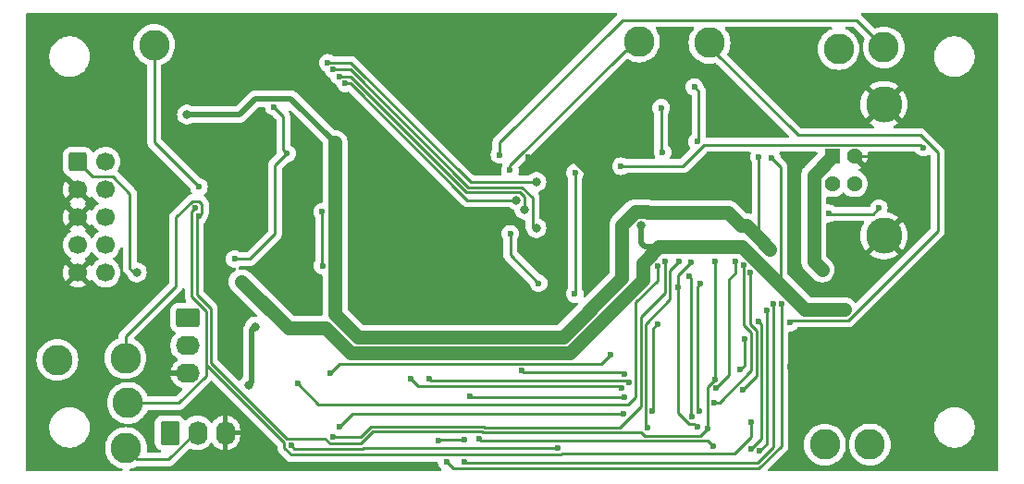
<source format=gbr>
G04 #@! TF.GenerationSoftware,KiCad,Pcbnew,8.0.5*
G04 #@! TF.CreationDate,2024-10-16T14:05:36-05:00*
G04 #@! TF.ProjectId,MonitoringSystem_PCB,4d6f6e69-746f-4726-996e-675379737465,rev?*
G04 #@! TF.SameCoordinates,Original*
G04 #@! TF.FileFunction,Copper,L2,Bot*
G04 #@! TF.FilePolarity,Positive*
%FSLAX46Y46*%
G04 Gerber Fmt 4.6, Leading zero omitted, Abs format (unit mm)*
G04 Created by KiCad (PCBNEW 8.0.5) date 2024-10-16 14:05:36*
%MOMM*%
%LPD*%
G01*
G04 APERTURE LIST*
G04 Aperture macros list*
%AMRoundRect*
0 Rectangle with rounded corners*
0 $1 Rounding radius*
0 $2 $3 $4 $5 $6 $7 $8 $9 X,Y pos of 4 corners*
0 Add a 4 corners polygon primitive as box body*
4,1,4,$2,$3,$4,$5,$6,$7,$8,$9,$2,$3,0*
0 Add four circle primitives for the rounded corners*
1,1,$1+$1,$2,$3*
1,1,$1+$1,$4,$5*
1,1,$1+$1,$6,$7*
1,1,$1+$1,$8,$9*
0 Add four rect primitives between the rounded corners*
20,1,$1+$1,$2,$3,$4,$5,0*
20,1,$1+$1,$4,$5,$6,$7,0*
20,1,$1+$1,$6,$7,$8,$9,0*
20,1,$1+$1,$8,$9,$2,$3,0*%
G04 Aperture macros list end*
G04 #@! TA.AperFunction,ComponentPad*
%ADD10RoundRect,0.250000X-0.620000X-0.845000X0.620000X-0.845000X0.620000X0.845000X-0.620000X0.845000X0*%
G04 #@! TD*
G04 #@! TA.AperFunction,ComponentPad*
%ADD11O,1.740000X2.190000*%
G04 #@! TD*
G04 #@! TA.AperFunction,ComponentPad*
%ADD12RoundRect,0.250000X-0.845000X0.620000X-0.845000X-0.620000X0.845000X-0.620000X0.845000X0.620000X0*%
G04 #@! TD*
G04 #@! TA.AperFunction,ComponentPad*
%ADD13O,2.190000X1.740000*%
G04 #@! TD*
G04 #@! TA.AperFunction,ComponentPad*
%ADD14C,3.316000*%
G04 #@! TD*
G04 #@! TA.AperFunction,ComponentPad*
%ADD15C,1.428000*%
G04 #@! TD*
G04 #@! TA.AperFunction,ComponentPad*
%ADD16R,1.428000X1.428000*%
G04 #@! TD*
G04 #@! TA.AperFunction,ComponentPad*
%ADD17C,2.800000*%
G04 #@! TD*
G04 #@! TA.AperFunction,ComponentPad*
%ADD18C,1.700000*%
G04 #@! TD*
G04 #@! TA.AperFunction,ComponentPad*
%ADD19RoundRect,0.250000X-0.600000X-0.600000X0.600000X-0.600000X0.600000X0.600000X-0.600000X0.600000X0*%
G04 #@! TD*
G04 #@! TA.AperFunction,ViaPad*
%ADD20C,0.600000*%
G04 #@! TD*
G04 #@! TA.AperFunction,ViaPad*
%ADD21C,0.800000*%
G04 #@! TD*
G04 #@! TA.AperFunction,Conductor*
%ADD22C,0.254000*%
G04 #@! TD*
G04 #@! TA.AperFunction,Conductor*
%ADD23C,1.270000*%
G04 #@! TD*
G04 #@! TA.AperFunction,Conductor*
%ADD24C,0.508000*%
G04 #@! TD*
G04 APERTURE END LIST*
D10*
X124180600Y-121488200D03*
D11*
X126720600Y-121488200D03*
X129260600Y-121488200D03*
D12*
X125831600Y-110947200D03*
D13*
X125831600Y-113487200D03*
X125831600Y-116027200D03*
D14*
X189545800Y-91394400D03*
X189545800Y-103434400D03*
D15*
X186835800Y-96164400D03*
X186835800Y-98664400D03*
D16*
X184835800Y-96164400D03*
D15*
X184835800Y-98664400D03*
D17*
X188264800Y-122555000D03*
X173583600Y-85750400D03*
X185394600Y-86309200D03*
X120167400Y-122885200D03*
X113893600Y-114808000D03*
X184150000Y-122580400D03*
X189534800Y-86156800D03*
X122758200Y-85953600D03*
X120345200Y-118745000D03*
X167132000Y-85623400D03*
X120116600Y-114630200D03*
D18*
X118313200Y-106807000D03*
X115773200Y-106807000D03*
X118313200Y-104267000D03*
X115773200Y-104267000D03*
X118313200Y-101727000D03*
X115773200Y-101727000D03*
X118313200Y-99187000D03*
X115773200Y-99187000D03*
X118313200Y-96647000D03*
D19*
X115773200Y-96647000D03*
D20*
X185445400Y-104571800D03*
D21*
X125755400Y-92329000D03*
D20*
X143941800Y-96799400D03*
X155751200Y-112725200D03*
X123215400Y-102158800D03*
X157937200Y-107772200D03*
X155346400Y-103251000D03*
X155321000Y-97434400D03*
X126847600Y-98958400D03*
X154355800Y-96012000D03*
X189077600Y-100888800D03*
X184531000Y-101371400D03*
X180949600Y-111379000D03*
X156972000Y-96215200D03*
X162560000Y-98806000D03*
X154228800Y-92964000D03*
X161747200Y-92176600D03*
X180975000Y-115417600D03*
X149529800Y-124139200D03*
X165481000Y-97053400D03*
X193167000Y-95351600D03*
X180181444Y-109650578D03*
X151180800Y-124139200D03*
X134924800Y-105918000D03*
X135153400Y-101168200D03*
X135915400Y-94157800D03*
X148767800Y-122199400D03*
X151155400Y-122123200D03*
X147243800Y-124510800D03*
X140970000Y-110210600D03*
X137363200Y-109397800D03*
X165736143Y-119762143D03*
X168368600Y-119453999D03*
X168808400Y-111556800D03*
X139717400Y-120948000D03*
X138871200Y-116027200D03*
X164507800Y-114325400D03*
X179381687Y-109670313D03*
D21*
X131978400Y-111760000D03*
X131419600Y-117119400D03*
D20*
X133705600Y-91617800D03*
D21*
X121158000Y-106781600D03*
X155924400Y-100150000D03*
D20*
X140258800Y-89458800D03*
D21*
X156651400Y-101041200D03*
D20*
X139693113Y-88831800D03*
D21*
X157734000Y-102717600D03*
D20*
X139161517Y-88204800D03*
D21*
X157734000Y-98501200D03*
D20*
X138634742Y-87577800D03*
X126814200Y-101650800D03*
X177393600Y-120548400D03*
X126492000Y-100888800D03*
X151638000Y-118175000D03*
X165799644Y-118248200D03*
X178173780Y-123163783D03*
X177393600Y-122986800D03*
X178816000Y-110236000D03*
X178079400Y-111302800D03*
X171704000Y-107121200D03*
X171975400Y-120040400D03*
X152501600Y-122021600D03*
X173888400Y-122732800D03*
X135280400Y-122631200D03*
X159715200Y-122885200D03*
X146202400Y-116535200D03*
X165531800Y-117340000D03*
X163271200Y-111709200D03*
X139346353Y-112774047D03*
X147929600Y-116535200D03*
X166206600Y-116888145D03*
X165806280Y-116086000D03*
X156378200Y-115784200D03*
X172476860Y-120969000D03*
X173380400Y-121107200D03*
X172618400Y-119532400D03*
X176592356Y-117511956D03*
X177302637Y-106771768D03*
X174040800Y-118719600D03*
X176675637Y-106144771D03*
X174196493Y-117371096D03*
X175971200Y-105765600D03*
X170738800Y-108170600D03*
X171907200Y-105867200D03*
X165557200Y-107344306D03*
X174091600Y-116578000D03*
X174091600Y-105765600D03*
X167894000Y-121005600D03*
X170789600Y-105816400D03*
X139090400Y-121869200D03*
X169503000Y-105765600D03*
X135900233Y-116982167D03*
X168823270Y-106187464D03*
X161290000Y-97637600D03*
X130122000Y-105562400D03*
D21*
X139293600Y-107848400D03*
X176479200Y-102514400D03*
X161622153Y-111279353D03*
D20*
X138158600Y-106172000D03*
X138125200Y-101244400D03*
D21*
X139293600Y-99314000D03*
D20*
X178104800Y-96215200D03*
D21*
X141300200Y-112649000D03*
X139293600Y-94894400D03*
X179120800Y-104648000D03*
X130708400Y-107645200D03*
X167335200Y-102463600D03*
X185928000Y-110185200D03*
D20*
X179269244Y-96312844D03*
X176403000Y-115697000D03*
X176784000Y-112903000D03*
D21*
X183896000Y-106553000D03*
D20*
X134899400Y-95885000D03*
X161239200Y-108762800D03*
X169164000Y-91694000D03*
X169291000Y-95796000D03*
X172466000Y-94810000D03*
X172212000Y-89789000D03*
X172720000Y-107797600D03*
X174777400Y-96875600D03*
X166696000Y-101299360D03*
D22*
X165582600Y-83642200D02*
X187020200Y-83642200D01*
X154355800Y-94869000D02*
X165582600Y-83642200D01*
X187020200Y-83642200D02*
X189534800Y-86156800D01*
X154355800Y-96012000D02*
X154355800Y-94869000D01*
D23*
X167487600Y-107492800D02*
X163271200Y-111709200D01*
D22*
X126517400Y-121488200D02*
X126720600Y-121488200D01*
X121211799Y-123929599D02*
X124076001Y-123929599D01*
X120167400Y-122885200D02*
X121211799Y-123929599D01*
X124076001Y-123929599D02*
X126517400Y-121488200D01*
X184597243Y-101437643D02*
X188528757Y-101437643D01*
X188528757Y-101437643D02*
X189077600Y-100888800D01*
X184531000Y-101371400D02*
X184597243Y-101437643D01*
D24*
X135263000Y-90863800D02*
X139293600Y-94894400D01*
X131995800Y-90863800D02*
X135263000Y-90863800D01*
X125755400Y-92329000D02*
X130530600Y-92329000D01*
X130530600Y-92329000D02*
X131995800Y-90863800D01*
D22*
X125831600Y-116027200D02*
X124180600Y-116027200D01*
X188417200Y-96189800D02*
X191185800Y-98958400D01*
X188417200Y-96164400D02*
X188417200Y-96189800D01*
X188214000Y-96164400D02*
X188417200Y-96164400D01*
X186835800Y-96164400D02*
X188214000Y-96164400D01*
X118953130Y-98010000D02*
X120523000Y-99579870D01*
X117136200Y-98010000D02*
X118953130Y-98010000D01*
X115773200Y-96647000D02*
X117136200Y-98010000D01*
X125006214Y-118770400D02*
X127482600Y-116294014D01*
X120345200Y-118745000D02*
X120370600Y-118770400D01*
X120370600Y-118770400D02*
X125006214Y-118770400D01*
X127482600Y-116294014D02*
X127482600Y-115239800D01*
X120523000Y-106426000D02*
X120523000Y-99579870D01*
X120878600Y-106781600D02*
X120523000Y-106426000D01*
X121158000Y-106781600D02*
X120878600Y-106781600D01*
X155346400Y-105181400D02*
X157937200Y-107772200D01*
X155346400Y-103251000D02*
X155346400Y-105181400D01*
X155321000Y-96979488D02*
X155321000Y-97434400D01*
X165864288Y-86436200D02*
X155321000Y-96979488D01*
X167970200Y-86436200D02*
X165864288Y-86436200D01*
X127119000Y-100499800D02*
X127119000Y-101346000D01*
X127119000Y-101346000D02*
X126814200Y-101650800D01*
X126881000Y-100261800D02*
X127119000Y-100499800D01*
X126232288Y-100261800D02*
X126881000Y-100261800D01*
X124739400Y-108027502D02*
X124739400Y-101754688D01*
X124739400Y-101754688D02*
X126232288Y-100261800D01*
X120116600Y-112650302D02*
X124739400Y-108027502D01*
X120116600Y-114630200D02*
X120116600Y-112650302D01*
X126847600Y-98958400D02*
X122758200Y-94869000D01*
X122758200Y-94869000D02*
X122758200Y-85953600D01*
D23*
X166766760Y-101228600D02*
X166696000Y-101299360D01*
X167846754Y-101228600D02*
X166766760Y-101228600D01*
X176479200Y-102514400D02*
X176987200Y-102514400D01*
X176987200Y-102514400D02*
X178130200Y-103657400D01*
X167946754Y-101328600D02*
X167846754Y-101228600D01*
X175293400Y-101328600D02*
X167946754Y-101328600D01*
X176479200Y-102514400D02*
X175293400Y-101328600D01*
D22*
X178319000Y-122061400D02*
X177393600Y-122986800D01*
X178319000Y-111542400D02*
X178319000Y-122061400D01*
X178079400Y-111302800D02*
X178319000Y-111542400D01*
X181686200Y-94208600D02*
X173583600Y-86106000D01*
X194462400Y-95760288D02*
X192910712Y-94208600D01*
X181152800Y-111175800D02*
X186309000Y-111175800D01*
X180949600Y-111379000D02*
X181152800Y-111175800D01*
X186309000Y-111175800D02*
X194462400Y-103022400D01*
X192910712Y-94208600D02*
X181686200Y-94208600D01*
X194462400Y-103022400D02*
X194462400Y-95760288D01*
X160754312Y-96215200D02*
X156972000Y-96215200D01*
X162560000Y-98020888D02*
X160754312Y-96215200D01*
X162560000Y-98806000D02*
X162560000Y-98020888D01*
X126187200Y-101193600D02*
X126492000Y-100888800D01*
X127482600Y-110310272D02*
X126187200Y-109014872D01*
X127482600Y-115239800D02*
X127482600Y-110310272D01*
X134653400Y-122410600D02*
X127482600Y-115239800D01*
X135274688Y-123512200D02*
X134653400Y-122890912D01*
X159974912Y-123512200D02*
X135274688Y-123512200D01*
X160093912Y-123393200D02*
X159974912Y-123512200D01*
X175895000Y-123393200D02*
X160093912Y-123393200D01*
X177393600Y-121894600D02*
X175895000Y-123393200D01*
X177393600Y-120548400D02*
X177393600Y-121894600D01*
X126187200Y-109014872D02*
X126187200Y-101193600D01*
X134653400Y-122890912D02*
X134653400Y-122410600D01*
X171109312Y-97053400D02*
X165481000Y-97053400D01*
X192913000Y-95097600D02*
X173065112Y-95097600D01*
X193167000Y-95351600D02*
X192913000Y-95097600D01*
X173065112Y-95097600D02*
X171109312Y-97053400D01*
X152704800Y-122224800D02*
X173380400Y-122224800D01*
X173380400Y-122224800D02*
X173888400Y-122732800D01*
X152501600Y-122021600D02*
X152704800Y-122224800D01*
X126641200Y-101823800D02*
X126814200Y-101650800D01*
X126641200Y-108826820D02*
X126641200Y-101823800D01*
X127936600Y-110122220D02*
X126641200Y-108826820D01*
X127936600Y-115051748D02*
X127936600Y-110122220D01*
X138338688Y-122004200D02*
X134889052Y-122004200D01*
X138830688Y-122496200D02*
X138338688Y-122004200D01*
X134889052Y-122004200D02*
X127936600Y-115051748D01*
X141650217Y-122496200D02*
X138830688Y-122496200D01*
X142751817Y-121394600D02*
X141650217Y-122496200D01*
X152826312Y-121459600D02*
X152761312Y-121394600D01*
X167332000Y-121459600D02*
X152826312Y-121459600D01*
X167634288Y-121761888D02*
X167332000Y-121459600D01*
X152761312Y-121394600D02*
X142751817Y-121394600D01*
X172725712Y-121761888D02*
X167634288Y-121761888D01*
X173380400Y-121107200D02*
X172725712Y-121761888D01*
X148844000Y-122123200D02*
X148767800Y-122199400D01*
X151155400Y-122123200D02*
X148844000Y-122123200D01*
X141838270Y-122950200D02*
X135599400Y-122950200D01*
X141903270Y-122885200D02*
X141838270Y-122950200D01*
X159715200Y-122885200D02*
X141903270Y-122885200D01*
X135599400Y-122950200D02*
X135280400Y-122631200D01*
X165711886Y-119786400D02*
X140879000Y-119786400D01*
X140879000Y-119786400D02*
X139717400Y-120948000D01*
X165736143Y-119762143D02*
X165711886Y-119786400D01*
X168452800Y-119369799D02*
X168368600Y-119453999D01*
X168452800Y-111912400D02*
X168452800Y-119369799D01*
X168808400Y-111556800D02*
X168452800Y-111912400D01*
X141635164Y-121869200D02*
X139090400Y-121869200D01*
X142563764Y-120940600D02*
X141635164Y-121869200D01*
X165379400Y-121005600D02*
X153014365Y-121005600D01*
X167287600Y-119097400D02*
X165379400Y-121005600D01*
X167287600Y-110893200D02*
X167287600Y-119097400D01*
X152949365Y-120940600D02*
X142563764Y-120940600D01*
X169503000Y-108677800D02*
X167287600Y-110893200D01*
X169503000Y-105765600D02*
X169503000Y-108677800D01*
X153014365Y-121005600D02*
X152949365Y-120940600D01*
X151700000Y-118237000D02*
X151638000Y-118175000D01*
X165363576Y-118248200D02*
X165352376Y-118237000D01*
X165799644Y-118248200D02*
X165363576Y-118248200D01*
X165352376Y-118237000D02*
X151700000Y-118237000D01*
X146888200Y-117221000D02*
X146202400Y-116535200D01*
X165412800Y-117221000D02*
X146888200Y-117221000D01*
X165531800Y-117340000D02*
X165412800Y-117221000D01*
X164507800Y-114325400D02*
X163676000Y-115157200D01*
X139741200Y-115157200D02*
X138871200Y-116027200D01*
X163676000Y-115157200D02*
X139741200Y-115157200D01*
X165696680Y-115976400D02*
X156570400Y-115976400D01*
X156570400Y-115976400D02*
X156378200Y-115784200D01*
X165806280Y-116086000D02*
X165696680Y-115976400D01*
X148107400Y-116713000D02*
X147929600Y-116535200D01*
X166206600Y-116888145D02*
X166031455Y-116713000D01*
X166031455Y-116713000D02*
X148107400Y-116713000D01*
X137793266Y-118875200D02*
X135900233Y-116982167D01*
X166833600Y-118205200D02*
X166163600Y-118875200D01*
X166833600Y-109507274D02*
X166833600Y-118205200D01*
X166163600Y-118875200D02*
X137793266Y-118875200D01*
X168823270Y-107517604D02*
X166833600Y-109507274D01*
X168823270Y-106187464D02*
X168823270Y-107517604D01*
D24*
X131673600Y-112064800D02*
X131673600Y-116865400D01*
X131978400Y-111760000D02*
X131673600Y-112064800D01*
X131673600Y-116865400D02*
X131419600Y-117119400D01*
D22*
X156615439Y-98501200D02*
X157734000Y-98501200D01*
X156601639Y-98515000D02*
X156615439Y-98501200D01*
X151702600Y-98515000D02*
X156601639Y-98515000D01*
X140765400Y-87577800D02*
X151702600Y-98515000D01*
X138634742Y-87577800D02*
X140765400Y-87577800D01*
X157530800Y-102717600D02*
X157734000Y-102717600D01*
X157378400Y-102565200D02*
X157530800Y-102717600D01*
X157378400Y-99933813D02*
X157378400Y-102565200D01*
X156413587Y-98969000D02*
X157378400Y-99933813D01*
X151514548Y-98969000D02*
X156413587Y-98969000D01*
X139161517Y-88204800D02*
X140750348Y-88204800D01*
X140750348Y-88204800D02*
X151514548Y-98969000D01*
X156225534Y-99423000D02*
X156651400Y-99848866D01*
X151326496Y-99423000D02*
X156225534Y-99423000D01*
X140735296Y-88831800D02*
X151326496Y-99423000D01*
X156651400Y-99848866D02*
X156651400Y-101041200D01*
X139693113Y-88831800D02*
X140735296Y-88831800D01*
X151411444Y-100150000D02*
X155924400Y-100150000D01*
X140258800Y-89458800D02*
X140720244Y-89458800D01*
X140720244Y-89458800D02*
X151411444Y-100150000D01*
X134569200Y-92481400D02*
X134569200Y-95554800D01*
X133705600Y-91617800D02*
X134569200Y-92481400D01*
X134569200Y-95554800D02*
X134899400Y-95885000D01*
D23*
X183134000Y-105791000D02*
X183896000Y-106553000D01*
X183134000Y-97866200D02*
X183134000Y-105791000D01*
X184835800Y-96164400D02*
X183134000Y-97866200D01*
D22*
X133807200Y-96977200D02*
X134899400Y-95885000D01*
X131521200Y-105562400D02*
X133807200Y-103276400D01*
X130122000Y-105562400D02*
X131521200Y-105562400D01*
X133807200Y-103276400D02*
X133807200Y-96977200D01*
X167741600Y-120853200D02*
X167741600Y-111506000D01*
X169957000Y-109290600D02*
X169957000Y-106649000D01*
X169957000Y-106649000D02*
X170789600Y-105816400D01*
X167894000Y-121005600D02*
X167741600Y-120853200D01*
X167741600Y-111506000D02*
X169957000Y-109290600D01*
X178173780Y-123163783D02*
X178816000Y-122521563D01*
X178816000Y-122521563D02*
X178816000Y-110236000D01*
X171715688Y-120667400D02*
X170738800Y-119690512D01*
X170738800Y-119690512D02*
X170738800Y-108170600D01*
X172175260Y-120667400D02*
X171715688Y-120667400D01*
X172476860Y-120969000D02*
X172175260Y-120667400D01*
X177865000Y-116239312D02*
X176592356Y-117511956D01*
X177865000Y-112148148D02*
X177865000Y-116239312D01*
X177292000Y-111575148D02*
X177865000Y-112148148D01*
X177292000Y-106782405D02*
X177292000Y-111575148D01*
X177302637Y-106771768D02*
X177292000Y-106782405D01*
X172466000Y-119380000D02*
X172618400Y-119532400D01*
X172466000Y-108051600D02*
X172466000Y-119380000D01*
X172720000Y-107797600D02*
X172466000Y-108051600D01*
X171907200Y-119972200D02*
X171975400Y-120040400D01*
X171907200Y-107324400D02*
X171907200Y-119972200D01*
X171704000Y-107121200D02*
X171907200Y-107324400D01*
X170738800Y-107035600D02*
X171907200Y-105867200D01*
X170738800Y-108170600D02*
X170738800Y-107035600D01*
D23*
X140767506Y-114195200D02*
X139346353Y-112774047D01*
X160785200Y-114195200D02*
X140767506Y-114195200D01*
X163271200Y-111709200D02*
X160785200Y-114195200D01*
X141376400Y-112725200D02*
X141300200Y-112649000D01*
X160176306Y-112725200D02*
X141376400Y-112725200D01*
X161622153Y-111279353D02*
X160176306Y-112725200D01*
X139346353Y-112774047D02*
X138484706Y-111912400D01*
X138484706Y-111912400D02*
X135026400Y-111912400D01*
X130759200Y-107645200D02*
X130708400Y-107645200D01*
X135026400Y-111912400D02*
X130759200Y-107645200D01*
D22*
X173380400Y-117289200D02*
X174091600Y-116578000D01*
X173380400Y-121107200D02*
X173380400Y-117289200D01*
X176675637Y-111600837D02*
X176675637Y-106144771D01*
X177411000Y-112336200D02*
X176675637Y-111600837D01*
X174040800Y-118719600D02*
X174498000Y-118719600D01*
X174498000Y-118719600D02*
X177411000Y-115806600D01*
X177411000Y-115806600D02*
X177411000Y-112336200D01*
X175971200Y-106832400D02*
X175971200Y-105765600D01*
X175361600Y-116205989D02*
X175361600Y-107442000D01*
X174196493Y-117371096D02*
X175361600Y-116205989D01*
X175361600Y-107442000D02*
X175971200Y-106832400D01*
X174091600Y-116578000D02*
X174091600Y-105765600D01*
X161239200Y-108762800D02*
X161290000Y-108712000D01*
D24*
X167690800Y-104444800D02*
X168960800Y-104444800D01*
X167335200Y-102463600D02*
X167335200Y-104089200D01*
X167335200Y-104089200D02*
X167690800Y-104444800D01*
D23*
X176580800Y-104444800D02*
X168960800Y-104444800D01*
X167487600Y-105918000D02*
X167487600Y-107492800D01*
X182321200Y-110185200D02*
X176580800Y-104444800D01*
X185928000Y-110185200D02*
X182321200Y-110185200D01*
X168960800Y-104444800D02*
X167487600Y-105918000D01*
X139293600Y-107848400D02*
X139293600Y-102971600D01*
X139293600Y-110642400D02*
X139293600Y-107848400D01*
X163628753Y-109272753D02*
X161622153Y-111279353D01*
D22*
X138125200Y-106138600D02*
X138158600Y-106172000D01*
X138125200Y-101244400D02*
X138125200Y-106138600D01*
D23*
X139293600Y-99314000D02*
X139293600Y-94894400D01*
X139293600Y-102971600D02*
X139293600Y-99314000D01*
D22*
X178104800Y-103632000D02*
X178130200Y-103657400D01*
X178104800Y-96215200D02*
X178104800Y-103632000D01*
D23*
X178130200Y-103657400D02*
X179120800Y-104648000D01*
D22*
X180086000Y-97129600D02*
X180086000Y-108712000D01*
X179269244Y-96312844D02*
X180086000Y-97129600D01*
D23*
X165557200Y-102438160D02*
X165557200Y-107344306D01*
X166696000Y-101299360D02*
X165557200Y-102438160D01*
X165557200Y-107344306D02*
X163628753Y-109272753D01*
X141300200Y-112649000D02*
X139293600Y-110642400D01*
D24*
X163220400Y-111760000D02*
X163271200Y-111709200D01*
D22*
X163322000Y-111760000D02*
X163271200Y-111709200D01*
X176784000Y-115316000D02*
X176403000Y-115697000D01*
X176784000Y-112903000D02*
X176784000Y-115316000D01*
X169164000Y-95669000D02*
X169164000Y-91694000D01*
X169291000Y-95796000D02*
X169164000Y-95669000D01*
X172466000Y-94810000D02*
X172593000Y-94683000D01*
X172593000Y-94683000D02*
X172593000Y-90170000D01*
X172593000Y-90170000D02*
X172212000Y-89789000D01*
X161290000Y-108712000D02*
X161290000Y-97637600D01*
X151180800Y-124139200D02*
X151298400Y-124256800D01*
X151298400Y-124256800D02*
X177967475Y-124256800D01*
X179443000Y-122781275D02*
X179443000Y-109731626D01*
X177967475Y-124256800D02*
X179443000Y-122781275D01*
X179443000Y-109731626D02*
X179381687Y-109670313D01*
X178100128Y-124766200D02*
X150156800Y-124766200D01*
X180181444Y-109650578D02*
X180181444Y-122684884D01*
X150156800Y-124766200D02*
X149529800Y-124139200D01*
X180181444Y-122684884D02*
X178100128Y-124766200D01*
G04 #@! TA.AperFunction,Conductor*
G36*
X117126425Y-104942669D02*
G01*
X117148680Y-104968353D01*
X117181807Y-105019058D01*
X117237475Y-105104265D01*
X117237479Y-105104270D01*
X117389962Y-105269908D01*
X117418266Y-105291938D01*
X117567624Y-105408189D01*
X117600880Y-105426186D01*
X117651271Y-105476200D01*
X117666623Y-105545516D01*
X117642062Y-105612129D01*
X117600880Y-105647813D01*
X117567626Y-105665810D01*
X117567624Y-105665811D01*
X117389962Y-105804091D01*
X117237479Y-105969729D01*
X117145068Y-106111175D01*
X117091064Y-106157263D01*
X117020716Y-106166838D01*
X116956359Y-106136860D01*
X116936371Y-106114529D01*
X116888125Y-106045626D01*
X116256162Y-106677589D01*
X116239125Y-106614007D01*
X116173299Y-106499993D01*
X116080207Y-106406901D01*
X115966193Y-106341075D01*
X115902609Y-106324037D01*
X116534572Y-105692072D01*
X116534572Y-105692071D01*
X116466050Y-105644092D01*
X116421721Y-105588635D01*
X116414412Y-105518016D01*
X116446442Y-105454655D01*
X116478350Y-105430066D01*
X116518776Y-105408189D01*
X116696440Y-105269906D01*
X116848922Y-105104268D01*
X116937718Y-104968354D01*
X116991720Y-104922268D01*
X117062068Y-104912692D01*
X117126425Y-104942669D01*
G37*
G04 #@! TD.AperFunction*
G04 #@! TA.AperFunction,Conductor*
G36*
X116888124Y-102488372D02*
G01*
X116888125Y-102488372D01*
X116936373Y-102419469D01*
X116991830Y-102375141D01*
X117062450Y-102367832D01*
X117125810Y-102399863D01*
X117145069Y-102422825D01*
X117237475Y-102564265D01*
X117237479Y-102564270D01*
X117295957Y-102627793D01*
X117378631Y-102717600D01*
X117389962Y-102729908D01*
X117416509Y-102750570D01*
X117567624Y-102868189D01*
X117600880Y-102886186D01*
X117651271Y-102936200D01*
X117666623Y-103005516D01*
X117642062Y-103072129D01*
X117600880Y-103107813D01*
X117567626Y-103125810D01*
X117567624Y-103125811D01*
X117389962Y-103264091D01*
X117237479Y-103429729D01*
X117148683Y-103565643D01*
X117094679Y-103611731D01*
X117024331Y-103621306D01*
X116959974Y-103591329D01*
X116937717Y-103565643D01*
X116848920Y-103429729D01*
X116696437Y-103264091D01*
X116589777Y-103181074D01*
X116518776Y-103125811D01*
X116516311Y-103124477D01*
X116478350Y-103103933D01*
X116427960Y-103053920D01*
X116412608Y-102984603D01*
X116437169Y-102917990D01*
X116466049Y-102889907D01*
X116534572Y-102841925D01*
X116534572Y-102841924D01*
X115902610Y-102209962D01*
X115966193Y-102192925D01*
X116080207Y-102127099D01*
X116173299Y-102034007D01*
X116239125Y-101919993D01*
X116256162Y-101856410D01*
X116888124Y-102488372D01*
G37*
G04 #@! TD.AperFunction*
G04 #@! TA.AperFunction,Conductor*
G36*
X116888124Y-99948372D02*
G01*
X116888125Y-99948372D01*
X116936373Y-99879469D01*
X116991830Y-99835141D01*
X117062450Y-99827832D01*
X117125810Y-99859863D01*
X117145069Y-99882825D01*
X117237475Y-100024265D01*
X117237479Y-100024270D01*
X117319398Y-100113256D01*
X117372893Y-100171367D01*
X117389962Y-100189908D01*
X117444531Y-100232381D01*
X117567624Y-100328189D01*
X117600880Y-100346186D01*
X117651271Y-100396200D01*
X117666623Y-100465516D01*
X117642062Y-100532129D01*
X117600880Y-100567813D01*
X117567626Y-100585810D01*
X117567624Y-100585811D01*
X117389962Y-100724091D01*
X117237479Y-100889729D01*
X117145068Y-101031175D01*
X117091064Y-101077263D01*
X117020716Y-101086838D01*
X116956359Y-101056860D01*
X116936371Y-101034529D01*
X116888125Y-100965626D01*
X116256162Y-101597589D01*
X116239125Y-101534007D01*
X116173299Y-101419993D01*
X116080207Y-101326901D01*
X115966193Y-101261075D01*
X115902609Y-101244037D01*
X116534572Y-100612072D01*
X116460508Y-100560212D01*
X116416180Y-100504755D01*
X116408871Y-100434136D01*
X116440902Y-100370775D01*
X116460508Y-100353786D01*
X116534572Y-100301925D01*
X116534572Y-100301924D01*
X115902610Y-99669962D01*
X115966193Y-99652925D01*
X116080207Y-99587099D01*
X116173299Y-99494007D01*
X116239125Y-99379993D01*
X116256162Y-99316409D01*
X116888124Y-99948372D01*
G37*
G04 #@! TD.AperFunction*
G04 #@! TA.AperFunction,Conductor*
G36*
X165089998Y-83020002D02*
G01*
X165136491Y-83073658D01*
X165146595Y-83143932D01*
X165117101Y-83208512D01*
X165110972Y-83215095D01*
X153862177Y-94463889D01*
X153862172Y-94463896D01*
X153792627Y-94567977D01*
X153744724Y-94683625D01*
X153744722Y-94683630D01*
X153720300Y-94806406D01*
X153720300Y-95467445D01*
X153700987Y-95534481D01*
X153622758Y-95658981D01*
X153622757Y-95658984D01*
X153570008Y-95809734D01*
X153562583Y-95830953D01*
X153542184Y-96012000D01*
X153562583Y-96193047D01*
X153562583Y-96193049D01*
X153562584Y-96193050D01*
X153622757Y-96365015D01*
X153622758Y-96365018D01*
X153719687Y-96519279D01*
X153719688Y-96519281D01*
X153848518Y-96648111D01*
X153848520Y-96648112D01*
X154002781Y-96745041D01*
X154002782Y-96745041D01*
X154002785Y-96745043D01*
X154174753Y-96805217D01*
X154355800Y-96825616D01*
X154518608Y-96807271D01*
X154588535Y-96819520D01*
X154640743Y-96867632D01*
X154658652Y-96936333D01*
X154639399Y-96999514D01*
X154587957Y-97081384D01*
X154532304Y-97240433D01*
X154527783Y-97253353D01*
X154507384Y-97434400D01*
X154527783Y-97615447D01*
X154527783Y-97615449D01*
X154527784Y-97615450D01*
X154561528Y-97711885D01*
X154565147Y-97782789D01*
X154529858Y-97844394D01*
X154466865Y-97877141D01*
X154442599Y-97879500D01*
X152018023Y-97879500D01*
X151949902Y-97859498D01*
X151928928Y-97842595D01*
X141170510Y-87084177D01*
X141170508Y-87084175D01*
X141066422Y-87014627D01*
X140950769Y-86966722D01*
X140827993Y-86942300D01*
X140827991Y-86942300D01*
X139179297Y-86942300D01*
X139112261Y-86922987D01*
X138987760Y-86844758D01*
X138987757Y-86844757D01*
X138815792Y-86784584D01*
X138815791Y-86784583D01*
X138815789Y-86784583D01*
X138634742Y-86764184D01*
X138453695Y-86784583D01*
X138453692Y-86784583D01*
X138453691Y-86784584D01*
X138281726Y-86844757D01*
X138281723Y-86844758D01*
X138127462Y-86941687D01*
X138127460Y-86941688D01*
X137998630Y-87070518D01*
X137998629Y-87070520D01*
X137901700Y-87224781D01*
X137901699Y-87224784D01*
X137853762Y-87361782D01*
X137841525Y-87396753D01*
X137821126Y-87577800D01*
X137841525Y-87758847D01*
X137841525Y-87758849D01*
X137841526Y-87758850D01*
X137901699Y-87930815D01*
X137901700Y-87930818D01*
X137998629Y-88085079D01*
X137998630Y-88085081D01*
X138127460Y-88213911D01*
X138127462Y-88213912D01*
X138281722Y-88310840D01*
X138281727Y-88310843D01*
X138293194Y-88314855D01*
X138350887Y-88356230D01*
X138370513Y-88392171D01*
X138428474Y-88557815D01*
X138428475Y-88557818D01*
X138525404Y-88712079D01*
X138525405Y-88712081D01*
X138654235Y-88840911D01*
X138654237Y-88840912D01*
X138808498Y-88937841D01*
X138808499Y-88937841D01*
X138808502Y-88937843D01*
X138825466Y-88943779D01*
X138883158Y-88985156D01*
X138902781Y-89021093D01*
X138960070Y-89184815D01*
X138960071Y-89184818D01*
X139057000Y-89339079D01*
X139057001Y-89339081D01*
X139185831Y-89467911D01*
X139185833Y-89467912D01*
X139340093Y-89564840D01*
X139340098Y-89564843D01*
X139395911Y-89584372D01*
X139453601Y-89625749D01*
X139473224Y-89661685D01*
X139525758Y-89811818D01*
X139622687Y-89966079D01*
X139622688Y-89966081D01*
X139751518Y-90094911D01*
X139751520Y-90094912D01*
X139905781Y-90191841D01*
X139905782Y-90191841D01*
X139905785Y-90191843D01*
X140077753Y-90252017D01*
X140258800Y-90272416D01*
X140439847Y-90252017D01*
X140494668Y-90232833D01*
X140565569Y-90229213D01*
X140625378Y-90262667D01*
X151006336Y-100643625D01*
X151110422Y-100713173D01*
X151226075Y-100761078D01*
X151348853Y-100785500D01*
X151474035Y-100785500D01*
X155218001Y-100785500D01*
X155286122Y-100805502D01*
X155311639Y-100827192D01*
X155313145Y-100828864D01*
X155313147Y-100828866D01*
X155467648Y-100941118D01*
X155642112Y-101018794D01*
X155648128Y-101020072D01*
X155710602Y-101053798D01*
X155744926Y-101115946D01*
X155747245Y-101130150D01*
X155757857Y-101231127D01*
X155775163Y-101284387D01*
X155816873Y-101412756D01*
X155816876Y-101412761D01*
X155912358Y-101578141D01*
X155912365Y-101578151D01*
X156040144Y-101720064D01*
X156040147Y-101720066D01*
X156194648Y-101832318D01*
X156369112Y-101909994D01*
X156555913Y-101949700D01*
X156616900Y-101949700D01*
X156685021Y-101969702D01*
X156731514Y-102023358D01*
X156742900Y-102075700D01*
X156742900Y-102502609D01*
X156742900Y-102627791D01*
X156767322Y-102750569D01*
X156805163Y-102841925D01*
X156815229Y-102866226D01*
X156828533Y-102886136D01*
X156843600Y-102917200D01*
X156899473Y-103089156D01*
X156899476Y-103089161D01*
X156994958Y-103254541D01*
X156994965Y-103254551D01*
X157122744Y-103396464D01*
X157168536Y-103429734D01*
X157277248Y-103508718D01*
X157451712Y-103586394D01*
X157638513Y-103626100D01*
X157829487Y-103626100D01*
X158016288Y-103586394D01*
X158190752Y-103508718D01*
X158345253Y-103396466D01*
X158355508Y-103385077D01*
X158473034Y-103254551D01*
X158473035Y-103254549D01*
X158473040Y-103254544D01*
X158568527Y-103089156D01*
X158627542Y-102907528D01*
X158647504Y-102717600D01*
X158627542Y-102527672D01*
X158568527Y-102346044D01*
X158473040Y-102180656D01*
X158473038Y-102180654D01*
X158473034Y-102180648D01*
X158345255Y-102038735D01*
X158190752Y-101926482D01*
X158088651Y-101881024D01*
X158034555Y-101835044D01*
X158013906Y-101767116D01*
X158013900Y-101765917D01*
X158013900Y-99871223D01*
X158013899Y-99871219D01*
X157989478Y-99748444D01*
X157941573Y-99632791D01*
X157900401Y-99571173D01*
X157879187Y-99503422D01*
X157897970Y-99434955D01*
X157950787Y-99387512D01*
X157978968Y-99377926D01*
X158016288Y-99369994D01*
X158190752Y-99292318D01*
X158345253Y-99180066D01*
X158350029Y-99174762D01*
X158473034Y-99038151D01*
X158473035Y-99038149D01*
X158473040Y-99038144D01*
X158568527Y-98872756D01*
X158627542Y-98691128D01*
X158647504Y-98501200D01*
X158627542Y-98311272D01*
X158568527Y-98129644D01*
X158473040Y-97964256D01*
X158473038Y-97964254D01*
X158473034Y-97964248D01*
X158345255Y-97822335D01*
X158190752Y-97710082D01*
X158016288Y-97632406D01*
X157829487Y-97592700D01*
X157638513Y-97592700D01*
X157451711Y-97632406D01*
X157277247Y-97710082D01*
X157122745Y-97822335D01*
X157121239Y-97824008D01*
X157120123Y-97824695D01*
X157117837Y-97826754D01*
X157117460Y-97826335D01*
X157060794Y-97861249D01*
X157027601Y-97865700D01*
X156552845Y-97865700D01*
X156508400Y-97874541D01*
X156495641Y-97877079D01*
X156471061Y-97879500D01*
X156199401Y-97879500D01*
X156131280Y-97859498D01*
X156084787Y-97805842D01*
X156074683Y-97735568D01*
X156080472Y-97711885D01*
X156081757Y-97708213D01*
X156114217Y-97615447D01*
X156134616Y-97434400D01*
X156114217Y-97253353D01*
X156096725Y-97203366D01*
X156093106Y-97132467D01*
X156126558Y-97072661D01*
X165945888Y-87253331D01*
X166008198Y-87219307D01*
X166079013Y-87224372D01*
X166095366Y-87231840D01*
X166097551Y-87233033D01*
X166337155Y-87363867D01*
X166592940Y-87459270D01*
X166592943Y-87459270D01*
X166592947Y-87459272D01*
X166738188Y-87490867D01*
X166859698Y-87517300D01*
X167132000Y-87536775D01*
X167404302Y-87517300D01*
X167671051Y-87459272D01*
X167671052Y-87459272D01*
X167671053Y-87459271D01*
X167671060Y-87459270D01*
X167926845Y-87363867D01*
X168166449Y-87233033D01*
X168384994Y-87069432D01*
X168578032Y-86876394D01*
X168741633Y-86657849D01*
X168872467Y-86418245D01*
X168967870Y-86162460D01*
X169025900Y-85895702D01*
X169045375Y-85623400D01*
X169025900Y-85351098D01*
X168995497Y-85211340D01*
X168967872Y-85084348D01*
X168967872Y-85084347D01*
X168967870Y-85084343D01*
X168967870Y-85084340D01*
X168872467Y-84828555D01*
X168741633Y-84588951D01*
X168741631Y-84588947D01*
X168659481Y-84479209D01*
X168634670Y-84412689D01*
X168649761Y-84343315D01*
X168699963Y-84293113D01*
X168760349Y-84277700D01*
X172053084Y-84277700D01*
X172121205Y-84297702D01*
X172167698Y-84351358D01*
X172177802Y-84421632D01*
X172148308Y-84486212D01*
X172142179Y-84492795D01*
X172137571Y-84497402D01*
X172137563Y-84497411D01*
X171973969Y-84715947D01*
X171843132Y-84955556D01*
X171747727Y-85211347D01*
X171747727Y-85211348D01*
X171689700Y-85478094D01*
X171670225Y-85750400D01*
X171689700Y-86022705D01*
X171747727Y-86289451D01*
X171747727Y-86289452D01*
X171747730Y-86289460D01*
X171843133Y-86545245D01*
X171973822Y-86784584D01*
X171973969Y-86784852D01*
X172137563Y-87003388D01*
X172137566Y-87003391D01*
X172137568Y-87003394D01*
X172330606Y-87196432D01*
X172330609Y-87196434D01*
X172330611Y-87196436D01*
X172527265Y-87343649D01*
X172549151Y-87360033D01*
X172788755Y-87490867D01*
X173044540Y-87586270D01*
X173044543Y-87586270D01*
X173044547Y-87586272D01*
X173198922Y-87619854D01*
X173311298Y-87644300D01*
X173583600Y-87663775D01*
X173855902Y-87644300D01*
X174090320Y-87593305D01*
X174161135Y-87598370D01*
X174206198Y-87627331D01*
X180825872Y-94247005D01*
X180859898Y-94309317D01*
X180854833Y-94380132D01*
X180812286Y-94436968D01*
X180745766Y-94461779D01*
X180736777Y-94462100D01*
X173354500Y-94462100D01*
X173286379Y-94442098D01*
X173239886Y-94388442D01*
X173228500Y-94336100D01*
X173228500Y-90107410D01*
X173228499Y-90107406D01*
X173204078Y-89984631D01*
X173156173Y-89868978D01*
X173086625Y-89764892D01*
X173045984Y-89724251D01*
X173011958Y-89661939D01*
X173009871Y-89649262D01*
X173008810Y-89639847D01*
X173005217Y-89607953D01*
X172945043Y-89435985D01*
X172945041Y-89435982D01*
X172945041Y-89435981D01*
X172848112Y-89281720D01*
X172848111Y-89281718D01*
X172719281Y-89152888D01*
X172719279Y-89152887D01*
X172565018Y-89055958D01*
X172565015Y-89055957D01*
X172393050Y-88995784D01*
X172393049Y-88995783D01*
X172393047Y-88995783D01*
X172212000Y-88975384D01*
X172030953Y-88995783D01*
X172030950Y-88995783D01*
X172030949Y-88995784D01*
X171858984Y-89055957D01*
X171858981Y-89055958D01*
X171704720Y-89152887D01*
X171704718Y-89152888D01*
X171575888Y-89281718D01*
X171575887Y-89281720D01*
X171478958Y-89435981D01*
X171478957Y-89435984D01*
X171418785Y-89607948D01*
X171418783Y-89607953D01*
X171398384Y-89789000D01*
X171418783Y-89970047D01*
X171418783Y-89970049D01*
X171418784Y-89970050D01*
X171478957Y-90142015D01*
X171478958Y-90142018D01*
X171575887Y-90296279D01*
X171575888Y-90296281D01*
X171704718Y-90425111D01*
X171704720Y-90425112D01*
X171858980Y-90522040D01*
X171858985Y-90522043D01*
X171873111Y-90526985D01*
X171930804Y-90568361D01*
X171956969Y-90634360D01*
X171957500Y-90645916D01*
X171957500Y-94122917D01*
X171937498Y-94191038D01*
X171920595Y-94212012D01*
X171829888Y-94302718D01*
X171829887Y-94302720D01*
X171732958Y-94456981D01*
X171732957Y-94456984D01*
X171673596Y-94626630D01*
X171672783Y-94628953D01*
X171652384Y-94810000D01*
X171672783Y-94991047D01*
X171672783Y-94991049D01*
X171672784Y-94991050D01*
X171732956Y-95163013D01*
X171821503Y-95303936D01*
X171840808Y-95372258D01*
X171820112Y-95440171D01*
X171803910Y-95460067D01*
X170882982Y-96380996D01*
X170820672Y-96415020D01*
X170793889Y-96417900D01*
X170083072Y-96417900D01*
X170014951Y-96397898D01*
X169968458Y-96344242D01*
X169958354Y-96273968D01*
X169976384Y-96224864D01*
X169989252Y-96204384D01*
X170024043Y-96149015D01*
X170084217Y-95977047D01*
X170104616Y-95796000D01*
X170084217Y-95614953D01*
X170024043Y-95442985D01*
X170024041Y-95442982D01*
X170024041Y-95442981D01*
X169927112Y-95288720D01*
X169927111Y-95288718D01*
X169836405Y-95198012D01*
X169802379Y-95135700D01*
X169799500Y-95108917D01*
X169799500Y-92238554D01*
X169818813Y-92171518D01*
X169885945Y-92064677D01*
X169897043Y-92047015D01*
X169957217Y-91875047D01*
X169977616Y-91694000D01*
X169957217Y-91512953D01*
X169897043Y-91340985D01*
X169897041Y-91340982D01*
X169897041Y-91340981D01*
X169800112Y-91186720D01*
X169800111Y-91186718D01*
X169671281Y-91057888D01*
X169671279Y-91057887D01*
X169517018Y-90960958D01*
X169517015Y-90960957D01*
X169345050Y-90900784D01*
X169345049Y-90900783D01*
X169345047Y-90900783D01*
X169164000Y-90880384D01*
X168982953Y-90900783D01*
X168982950Y-90900783D01*
X168982949Y-90900784D01*
X168810984Y-90960957D01*
X168810981Y-90960958D01*
X168656720Y-91057887D01*
X168656718Y-91057888D01*
X168527888Y-91186718D01*
X168527887Y-91186720D01*
X168430958Y-91340981D01*
X168430957Y-91340984D01*
X168380597Y-91484907D01*
X168370783Y-91512953D01*
X168350384Y-91694000D01*
X168370783Y-91875047D01*
X168370783Y-91875049D01*
X168370784Y-91875050D01*
X168430957Y-92047015D01*
X168430958Y-92047017D01*
X168509187Y-92171518D01*
X168528500Y-92238554D01*
X168528500Y-95505760D01*
X168521430Y-95547372D01*
X168497783Y-95614953D01*
X168477384Y-95796000D01*
X168497783Y-95977047D01*
X168497783Y-95977049D01*
X168497784Y-95977050D01*
X168547932Y-96120367D01*
X168557957Y-96149015D01*
X168581060Y-96185783D01*
X168605616Y-96224864D01*
X168624921Y-96293186D01*
X168604225Y-96361099D01*
X168550098Y-96407042D01*
X168498928Y-96417900D01*
X166025555Y-96417900D01*
X165958519Y-96398587D01*
X165834018Y-96320358D01*
X165834015Y-96320357D01*
X165662050Y-96260184D01*
X165662049Y-96260183D01*
X165662047Y-96260183D01*
X165481000Y-96239784D01*
X165299953Y-96260183D01*
X165299950Y-96260183D01*
X165299949Y-96260184D01*
X165127984Y-96320357D01*
X165127981Y-96320358D01*
X164973720Y-96417287D01*
X164973718Y-96417288D01*
X164844888Y-96546118D01*
X164844887Y-96546120D01*
X164747958Y-96700381D01*
X164747957Y-96700384D01*
X164688128Y-96871368D01*
X164687783Y-96872353D01*
X164667384Y-97053400D01*
X164687783Y-97234447D01*
X164687783Y-97234449D01*
X164687784Y-97234450D01*
X164747957Y-97406415D01*
X164747958Y-97406418D01*
X164844887Y-97560679D01*
X164844888Y-97560681D01*
X164973718Y-97689511D01*
X164973720Y-97689512D01*
X165127981Y-97786441D01*
X165127982Y-97786441D01*
X165127985Y-97786443D01*
X165299953Y-97846617D01*
X165481000Y-97867016D01*
X165662047Y-97846617D01*
X165834015Y-97786443D01*
X165850309Y-97776205D01*
X165958519Y-97708213D01*
X166025555Y-97688900D01*
X171171902Y-97688900D01*
X171171903Y-97688900D01*
X171294681Y-97664478D01*
X171410334Y-97616573D01*
X171514420Y-97547025D01*
X173291440Y-95770005D01*
X173353752Y-95735979D01*
X173380535Y-95733100D01*
X177239346Y-95733100D01*
X177307467Y-95753102D01*
X177353960Y-95806758D01*
X177364064Y-95877032D01*
X177358275Y-95900713D01*
X177311583Y-96034153D01*
X177291184Y-96215200D01*
X177311583Y-96396247D01*
X177311583Y-96396249D01*
X177311584Y-96396250D01*
X177371757Y-96568215D01*
X177371758Y-96568217D01*
X177449987Y-96692718D01*
X177469300Y-96759754D01*
X177469300Y-101295272D01*
X177449298Y-101363393D01*
X177395642Y-101409886D01*
X177325368Y-101419990D01*
X177304363Y-101415105D01*
X177254972Y-101399056D01*
X177166083Y-101384978D01*
X177077196Y-101370900D01*
X177077195Y-101370900D01*
X177077194Y-101370900D01*
X177005044Y-101370900D01*
X176936923Y-101350898D01*
X176915948Y-101333995D01*
X176038341Y-100456387D01*
X175892725Y-100350591D01*
X175857611Y-100332699D01*
X175857611Y-100332698D01*
X175732359Y-100268880D01*
X175732355Y-100268878D01*
X175732352Y-100268877D01*
X175674507Y-100250082D01*
X175674505Y-100250081D01*
X175561172Y-100213256D01*
X175469751Y-100198777D01*
X175383396Y-100185100D01*
X175383395Y-100185100D01*
X175383394Y-100185100D01*
X168347796Y-100185100D01*
X168290594Y-100171367D01*
X168285708Y-100168877D01*
X168243725Y-100155236D01*
X168243725Y-100155235D01*
X168114527Y-100113257D01*
X168114529Y-100113257D01*
X168114525Y-100113256D01*
X168114524Y-100113256D01*
X167936750Y-100085100D01*
X167936749Y-100085100D01*
X166856756Y-100085100D01*
X166676765Y-100085100D01*
X166498990Y-100113256D01*
X166498988Y-100113256D01*
X166498985Y-100113257D01*
X166369787Y-100155236D01*
X166369786Y-100155235D01*
X166327816Y-100168873D01*
X166327813Y-100168874D01*
X166167431Y-100250593D01*
X166021819Y-100356387D01*
X165823784Y-100554422D01*
X164684991Y-101693213D01*
X164684989Y-101693216D01*
X164603120Y-101805899D01*
X164579193Y-101838831D01*
X164497477Y-101999206D01*
X164487506Y-102029898D01*
X164487505Y-102029900D01*
X164441856Y-102170387D01*
X164425794Y-102271804D01*
X164419663Y-102310518D01*
X164414423Y-102343601D01*
X164414422Y-102343604D01*
X164413700Y-102348162D01*
X164413700Y-106818462D01*
X164393698Y-106886583D01*
X164376795Y-106907557D01*
X162756540Y-108527812D01*
X162756537Y-108527815D01*
X162466547Y-108817805D01*
X162247915Y-109036437D01*
X162185603Y-109070462D01*
X162114787Y-109065397D01*
X162057952Y-109022850D01*
X162033141Y-108956330D01*
X162033611Y-108933242D01*
X162052816Y-108762800D01*
X162032417Y-108581753D01*
X161972243Y-108409785D01*
X161944812Y-108366129D01*
X161925500Y-108299094D01*
X161925500Y-98182154D01*
X161944813Y-98115118D01*
X162013690Y-98005500D01*
X162023043Y-97990615D01*
X162083217Y-97818647D01*
X162103616Y-97637600D01*
X162083217Y-97456553D01*
X162023043Y-97284585D01*
X162023041Y-97284582D01*
X162023041Y-97284581D01*
X161926112Y-97130320D01*
X161926111Y-97130318D01*
X161797281Y-97001488D01*
X161797279Y-97001487D01*
X161643018Y-96904558D01*
X161643015Y-96904557D01*
X161471050Y-96844384D01*
X161471049Y-96844383D01*
X161471047Y-96844383D01*
X161290000Y-96823984D01*
X161108953Y-96844383D01*
X161108950Y-96844383D01*
X161108949Y-96844384D01*
X160936984Y-96904557D01*
X160936981Y-96904558D01*
X160782720Y-97001487D01*
X160782718Y-97001488D01*
X160653888Y-97130318D01*
X160653887Y-97130320D01*
X160556958Y-97284581D01*
X160556957Y-97284584D01*
X160500818Y-97445023D01*
X160496783Y-97456553D01*
X160476384Y-97637600D01*
X160496783Y-97818647D01*
X160496783Y-97818649D01*
X160496784Y-97818650D01*
X160556957Y-97990615D01*
X160556958Y-97990617D01*
X160635187Y-98115118D01*
X160654500Y-98182154D01*
X160654500Y-108151917D01*
X160634498Y-108220038D01*
X160617595Y-108241012D01*
X160603088Y-108255518D01*
X160603087Y-108255520D01*
X160506158Y-108409781D01*
X160506157Y-108409784D01*
X160451700Y-108565415D01*
X160445983Y-108581753D01*
X160425584Y-108762800D01*
X160445983Y-108943847D01*
X160445983Y-108943849D01*
X160445984Y-108943850D01*
X160506157Y-109115815D01*
X160506158Y-109115818D01*
X160603087Y-109270079D01*
X160603088Y-109270081D01*
X160731918Y-109398911D01*
X160731920Y-109398912D01*
X160886181Y-109495841D01*
X160886182Y-109495841D01*
X160886185Y-109495843D01*
X161058153Y-109556017D01*
X161239200Y-109576416D01*
X161409636Y-109557212D01*
X161479565Y-109569461D01*
X161531773Y-109617574D01*
X161549682Y-109686275D01*
X161527605Y-109753752D01*
X161512837Y-109771515D01*
X160749940Y-110534412D01*
X159739557Y-111544795D01*
X159677245Y-111578821D01*
X159650462Y-111581700D01*
X141902243Y-111581700D01*
X141834122Y-111561698D01*
X141813148Y-111544795D01*
X140474005Y-110205651D01*
X140439979Y-110143339D01*
X140437100Y-110116556D01*
X140437100Y-103251000D01*
X154532784Y-103251000D01*
X154553183Y-103432047D01*
X154553183Y-103432049D01*
X154553184Y-103432050D01*
X154613357Y-103604015D01*
X154613358Y-103604017D01*
X154691587Y-103728518D01*
X154710900Y-103795554D01*
X154710900Y-105243993D01*
X154716055Y-105269908D01*
X154735322Y-105366769D01*
X154783227Y-105482422D01*
X154852775Y-105586508D01*
X154852777Y-105586510D01*
X157103215Y-107836948D01*
X157137241Y-107899260D01*
X157139327Y-107911933D01*
X157143982Y-107953242D01*
X157143983Y-107953249D01*
X157204157Y-108125215D01*
X157204158Y-108125218D01*
X157301087Y-108279479D01*
X157301088Y-108279481D01*
X157429918Y-108408311D01*
X157429920Y-108408312D01*
X157584181Y-108505241D01*
X157584182Y-108505241D01*
X157584185Y-108505243D01*
X157756153Y-108565417D01*
X157937200Y-108585816D01*
X158118247Y-108565417D01*
X158290215Y-108505243D01*
X158444481Y-108408311D01*
X158573311Y-108279481D01*
X158670243Y-108125215D01*
X158730417Y-107953247D01*
X158750816Y-107772200D01*
X158730417Y-107591153D01*
X158670243Y-107419185D01*
X158670241Y-107419182D01*
X158670241Y-107419181D01*
X158573312Y-107264920D01*
X158573311Y-107264918D01*
X158444481Y-107136088D01*
X158444479Y-107136087D01*
X158290218Y-107039158D01*
X158290215Y-107039157D01*
X158118249Y-106978983D01*
X158118242Y-106978982D01*
X158076933Y-106974327D01*
X158011480Y-106946823D01*
X158001948Y-106938215D01*
X156018805Y-104955072D01*
X155984779Y-104892760D01*
X155981900Y-104865977D01*
X155981900Y-103795554D01*
X156001213Y-103728518D01*
X156070526Y-103618206D01*
X156079443Y-103604015D01*
X156139617Y-103432047D01*
X156160016Y-103251000D01*
X156139617Y-103069953D01*
X156079443Y-102897985D01*
X156079441Y-102897982D01*
X156079441Y-102897981D01*
X155982512Y-102743720D01*
X155982511Y-102743718D01*
X155853681Y-102614888D01*
X155853679Y-102614887D01*
X155699418Y-102517958D01*
X155699415Y-102517957D01*
X155527450Y-102457784D01*
X155527449Y-102457783D01*
X155527447Y-102457783D01*
X155346400Y-102437384D01*
X155165353Y-102457783D01*
X155165350Y-102457783D01*
X155165349Y-102457784D01*
X154993384Y-102517957D01*
X154993381Y-102517958D01*
X154839120Y-102614887D01*
X154839118Y-102614888D01*
X154710288Y-102743718D01*
X154710287Y-102743720D01*
X154613358Y-102897981D01*
X154613357Y-102897984D01*
X154557435Y-103057802D01*
X154553183Y-103069953D01*
X154532784Y-103251000D01*
X140437100Y-103251000D01*
X140437100Y-94804408D01*
X140437100Y-94804405D01*
X140408943Y-94626630D01*
X140353323Y-94455448D01*
X140271609Y-94295075D01*
X140196021Y-94191038D01*
X140165811Y-94149457D01*
X140038542Y-94022188D01*
X139892928Y-93916393D01*
X139892927Y-93916392D01*
X139892925Y-93916391D01*
X139732552Y-93834677D01*
X139732549Y-93834676D01*
X139732547Y-93834675D01*
X139561373Y-93779058D01*
X139561377Y-93779058D01*
X139528277Y-93773815D01*
X139383595Y-93750900D01*
X139383592Y-93750900D01*
X139280628Y-93750900D01*
X139212507Y-93730898D01*
X139191533Y-93713995D01*
X135749069Y-90271530D01*
X135749065Y-90271527D01*
X135624179Y-90188082D01*
X135485415Y-90130604D01*
X135485414Y-90130603D01*
X135338103Y-90101300D01*
X135338100Y-90101300D01*
X131920700Y-90101300D01*
X131920696Y-90101300D01*
X131773386Y-90130603D01*
X131773383Y-90130604D01*
X131745836Y-90142015D01*
X131634619Y-90188082D01*
X131509739Y-90271524D01*
X131509732Y-90271529D01*
X130251667Y-91529595D01*
X130189355Y-91563621D01*
X130162572Y-91566500D01*
X126292481Y-91566500D01*
X126224360Y-91546498D01*
X126218421Y-91542437D01*
X126212152Y-91537882D01*
X126037688Y-91460206D01*
X125850887Y-91420500D01*
X125659913Y-91420500D01*
X125473111Y-91460206D01*
X125298647Y-91537882D01*
X125144144Y-91650135D01*
X125016365Y-91792048D01*
X125016358Y-91792058D01*
X124920876Y-91957438D01*
X124920873Y-91957444D01*
X124911018Y-91987775D01*
X124861857Y-92139072D01*
X124841896Y-92329000D01*
X124861857Y-92518927D01*
X124870134Y-92544400D01*
X124920873Y-92700556D01*
X124920876Y-92700561D01*
X125016358Y-92865941D01*
X125016365Y-92865951D01*
X125144144Y-93007864D01*
X125144147Y-93007866D01*
X125298648Y-93120118D01*
X125473112Y-93197794D01*
X125659913Y-93237500D01*
X125850887Y-93237500D01*
X126037688Y-93197794D01*
X126212152Y-93120118D01*
X126218421Y-93115562D01*
X126285289Y-93091705D01*
X126292481Y-93091500D01*
X130605700Y-93091500D01*
X130753013Y-93062197D01*
X130891779Y-93004718D01*
X130936218Y-92975025D01*
X131016665Y-92921273D01*
X132274733Y-91663205D01*
X132337045Y-91629180D01*
X132363828Y-91626300D01*
X132780341Y-91626300D01*
X132848462Y-91646302D01*
X132894955Y-91699958D01*
X132905549Y-91738193D01*
X132912382Y-91798845D01*
X132972557Y-91970815D01*
X132972558Y-91970818D01*
X133069487Y-92125079D01*
X133069488Y-92125081D01*
X133198318Y-92253911D01*
X133198320Y-92253912D01*
X133352581Y-92350841D01*
X133352582Y-92350841D01*
X133352585Y-92350843D01*
X133524553Y-92411017D01*
X133565862Y-92415671D01*
X133631315Y-92443173D01*
X133640851Y-92451784D01*
X133896795Y-92707728D01*
X133930821Y-92770040D01*
X133933700Y-92796823D01*
X133933700Y-95617393D01*
X133958122Y-95740169D01*
X133958124Y-95740175D01*
X133980784Y-95794881D01*
X133988373Y-95865471D01*
X133956593Y-95928958D01*
X133953471Y-95932194D01*
X133402092Y-96483575D01*
X133313573Y-96572094D01*
X133313572Y-96572096D01*
X133244027Y-96676177D01*
X133196124Y-96791825D01*
X133196122Y-96791830D01*
X133171700Y-96914606D01*
X133171700Y-102960977D01*
X133151698Y-103029098D01*
X133134795Y-103050072D01*
X131294872Y-104889995D01*
X131232560Y-104924021D01*
X131205777Y-104926900D01*
X130666555Y-104926900D01*
X130599519Y-104907587D01*
X130475018Y-104829358D01*
X130475015Y-104829357D01*
X130303050Y-104769184D01*
X130303049Y-104769183D01*
X130303047Y-104769183D01*
X130122000Y-104748784D01*
X129940953Y-104769183D01*
X129940950Y-104769183D01*
X129940949Y-104769184D01*
X129768984Y-104829357D01*
X129768981Y-104829358D01*
X129614720Y-104926287D01*
X129614718Y-104926288D01*
X129485888Y-105055118D01*
X129485887Y-105055120D01*
X129388958Y-105209381D01*
X129388957Y-105209384D01*
X129338027Y-105354936D01*
X129328783Y-105381353D01*
X129308384Y-105562400D01*
X129328783Y-105743447D01*
X129328783Y-105743449D01*
X129328784Y-105743450D01*
X129388957Y-105915415D01*
X129388958Y-105915418D01*
X129485887Y-106069679D01*
X129485888Y-106069681D01*
X129614718Y-106198511D01*
X129614720Y-106198512D01*
X129768981Y-106295441D01*
X129768982Y-106295441D01*
X129768985Y-106295443D01*
X129940953Y-106355617D01*
X130122000Y-106376016D01*
X130149164Y-106372955D01*
X130219094Y-106385202D01*
X130271304Y-106433313D01*
X130289214Y-106502014D01*
X130267139Y-106569491D01*
X130220476Y-106610428D01*
X130109077Y-106667189D01*
X130109076Y-106667189D01*
X129963457Y-106772988D01*
X129836188Y-106900257D01*
X129730393Y-107045871D01*
X129648678Y-107206246D01*
X129648675Y-107206252D01*
X129593058Y-107377424D01*
X129593057Y-107377429D01*
X129593057Y-107377430D01*
X129564900Y-107555205D01*
X129564900Y-107735195D01*
X129590886Y-107899260D01*
X129593058Y-107912975D01*
X129639316Y-108055342D01*
X129648677Y-108084152D01*
X129730391Y-108244525D01*
X129730393Y-108244528D01*
X129836188Y-108390142D01*
X129963457Y-108517411D01*
X130109073Y-108623208D01*
X130109075Y-108623209D01*
X130113679Y-108625554D01*
X130145574Y-108648728D01*
X132133251Y-110636405D01*
X132167277Y-110698717D01*
X132162212Y-110769532D01*
X132119665Y-110826368D01*
X132053145Y-110851179D01*
X132044156Y-110851500D01*
X131882913Y-110851500D01*
X131696111Y-110891206D01*
X131521647Y-110968882D01*
X131367144Y-111081135D01*
X131239365Y-111223048D01*
X131239358Y-111223058D01*
X131143876Y-111388438D01*
X131143873Y-111388445D01*
X131088107Y-111560072D01*
X131073040Y-111591135D01*
X131002036Y-111697404D01*
X131002030Y-111697413D01*
X130997882Y-111703619D01*
X130940405Y-111842380D01*
X130940403Y-111842385D01*
X130911100Y-111989696D01*
X130911100Y-116301679D01*
X130891098Y-116369800D01*
X130859161Y-116403615D01*
X130808344Y-116440535D01*
X130680565Y-116582448D01*
X130680558Y-116582458D01*
X130647539Y-116639648D01*
X130596156Y-116688640D01*
X130526442Y-116702075D01*
X130460531Y-116675687D01*
X130449326Y-116665741D01*
X128609005Y-114825420D01*
X128574979Y-114763108D01*
X128572100Y-114736325D01*
X128572100Y-110059630D01*
X128572099Y-110059626D01*
X128547678Y-109936851D01*
X128499773Y-109821198D01*
X128430225Y-109717112D01*
X128341708Y-109628595D01*
X127313605Y-108600492D01*
X127279579Y-108538180D01*
X127276700Y-108511397D01*
X127276700Y-102383301D01*
X127296702Y-102315180D01*
X127317124Y-102292561D01*
X127316478Y-102291915D01*
X127450311Y-102158081D01*
X127450312Y-102158079D01*
X127457399Y-102146801D01*
X127547243Y-102003815D01*
X127607417Y-101831847D01*
X127613873Y-101774540D01*
X127634317Y-101718643D01*
X127682171Y-101647025D01*
X127682171Y-101647024D01*
X127682173Y-101647022D01*
X127730078Y-101531369D01*
X127754500Y-101408591D01*
X127754500Y-101283409D01*
X127754500Y-100437209D01*
X127730078Y-100314431D01*
X127682173Y-100198778D01*
X127612625Y-100094692D01*
X127524108Y-100006175D01*
X127317717Y-99799784D01*
X127283691Y-99737472D01*
X127288756Y-99666657D01*
X127331303Y-99609821D01*
X127339769Y-99604006D01*
X127354881Y-99594511D01*
X127483711Y-99465681D01*
X127580643Y-99311415D01*
X127640817Y-99139447D01*
X127661216Y-98958400D01*
X127640817Y-98777353D01*
X127580643Y-98605385D01*
X127580641Y-98605382D01*
X127580641Y-98605381D01*
X127483712Y-98451120D01*
X127483711Y-98451118D01*
X127354881Y-98322288D01*
X127354879Y-98322287D01*
X127200618Y-98225358D01*
X127200615Y-98225357D01*
X127028649Y-98165183D01*
X127028642Y-98165182D01*
X126987333Y-98160527D01*
X126921880Y-98133023D01*
X126912348Y-98124415D01*
X123430605Y-94642672D01*
X123396579Y-94580360D01*
X123393700Y-94553577D01*
X123393700Y-87840982D01*
X123413702Y-87772861D01*
X123467358Y-87726368D01*
X123475657Y-87722930D01*
X123553045Y-87694067D01*
X123792649Y-87563233D01*
X124011194Y-87399632D01*
X124204232Y-87206594D01*
X124367833Y-86988049D01*
X124498667Y-86748445D01*
X124594070Y-86492660D01*
X124652100Y-86225902D01*
X124671575Y-85953600D01*
X124652100Y-85681298D01*
X124607896Y-85478098D01*
X124594072Y-85414548D01*
X124594072Y-85414547D01*
X124594070Y-85414543D01*
X124594070Y-85414540D01*
X124498667Y-85158755D01*
X124367833Y-84919151D01*
X124215716Y-84715947D01*
X124204236Y-84700611D01*
X124204228Y-84700602D01*
X124011197Y-84507571D01*
X124011188Y-84507563D01*
X123792652Y-84343969D01*
X123792650Y-84343968D01*
X123792649Y-84343967D01*
X123553045Y-84213133D01*
X123553044Y-84213132D01*
X123297252Y-84117727D01*
X123030504Y-84059700D01*
X123030506Y-84059700D01*
X122758200Y-84040225D01*
X122485894Y-84059700D01*
X122219148Y-84117727D01*
X122219147Y-84117727D01*
X121963356Y-84213132D01*
X121723747Y-84343969D01*
X121505211Y-84507563D01*
X121505202Y-84507571D01*
X121312171Y-84700602D01*
X121312163Y-84700611D01*
X121148569Y-84919147D01*
X121017732Y-85158756D01*
X120922327Y-85414547D01*
X120922327Y-85414548D01*
X120864300Y-85681294D01*
X120844825Y-85953600D01*
X120864300Y-86225905D01*
X120922327Y-86492651D01*
X120922327Y-86492652D01*
X120983943Y-86657852D01*
X121017733Y-86748445D01*
X121123252Y-86941689D01*
X121148569Y-86988052D01*
X121312163Y-87206588D01*
X121312166Y-87206591D01*
X121312168Y-87206594D01*
X121505206Y-87399632D01*
X121505209Y-87399634D01*
X121505211Y-87399636D01*
X121627081Y-87490867D01*
X121723751Y-87563233D01*
X121963355Y-87694067D01*
X122040732Y-87722926D01*
X122097567Y-87765472D01*
X122122379Y-87831992D01*
X122122700Y-87840982D01*
X122122700Y-94931593D01*
X122147122Y-95054369D01*
X122147124Y-95054374D01*
X122172775Y-95116301D01*
X122195027Y-95170022D01*
X122264575Y-95274108D01*
X122264577Y-95274110D01*
X126013615Y-99023148D01*
X126047641Y-99085460D01*
X126049727Y-99098133D01*
X126054382Y-99139442D01*
X126054383Y-99139449D01*
X126114557Y-99311415D01*
X126114558Y-99311417D01*
X126199213Y-99446145D01*
X126218519Y-99514466D01*
X126197824Y-99582379D01*
X126143697Y-99628323D01*
X126117109Y-99636760D01*
X126090095Y-99642133D01*
X126046919Y-99650722D01*
X126046917Y-99650723D01*
X126046913Y-99650724D01*
X125931265Y-99698627D01*
X125827184Y-99768172D01*
X125827177Y-99768177D01*
X124245777Y-101349577D01*
X124245772Y-101349584D01*
X124176227Y-101453665D01*
X124128324Y-101569313D01*
X124128322Y-101569318D01*
X124103900Y-101692094D01*
X124103900Y-107712079D01*
X124083898Y-107780200D01*
X124066995Y-107801174D01*
X119622977Y-112245191D01*
X119622972Y-112245198D01*
X119553427Y-112349279D01*
X119505524Y-112464927D01*
X119505522Y-112464932D01*
X119481100Y-112587708D01*
X119481100Y-112742816D01*
X119461098Y-112810937D01*
X119407442Y-112857430D01*
X119399134Y-112860871D01*
X119321759Y-112889731D01*
X119321756Y-112889732D01*
X119082147Y-113020569D01*
X118863611Y-113184163D01*
X118863602Y-113184171D01*
X118670571Y-113377202D01*
X118670563Y-113377211D01*
X118506969Y-113595747D01*
X118376132Y-113835356D01*
X118280727Y-114091147D01*
X118280727Y-114091148D01*
X118222700Y-114357894D01*
X118203225Y-114630200D01*
X118222700Y-114902505D01*
X118280727Y-115169251D01*
X118280727Y-115169252D01*
X118363467Y-115391088D01*
X118376133Y-115425045D01*
X118505445Y-115661862D01*
X118506969Y-115664652D01*
X118670563Y-115883188D01*
X118670566Y-115883191D01*
X118670568Y-115883194D01*
X118863606Y-116076232D01*
X118863609Y-116076234D01*
X118863611Y-116076236D01*
X119005137Y-116182181D01*
X119082151Y-116239833D01*
X119321755Y-116370667D01*
X119577540Y-116466070D01*
X119577543Y-116466070D01*
X119577547Y-116466072D01*
X119731922Y-116499654D01*
X119844298Y-116524100D01*
X120116600Y-116543575D01*
X120388902Y-116524100D01*
X120655651Y-116466072D01*
X120655652Y-116466072D01*
X120655653Y-116466071D01*
X120655660Y-116466070D01*
X120911445Y-116370667D01*
X121151049Y-116239833D01*
X121369594Y-116076232D01*
X121562632Y-115883194D01*
X121726233Y-115664649D01*
X121857067Y-115425045D01*
X121952470Y-115169260D01*
X122010500Y-114902502D01*
X122029975Y-114630200D01*
X122010500Y-114357898D01*
X121952470Y-114091140D01*
X121857067Y-113835355D01*
X121726233Y-113595751D01*
X121562632Y-113377206D01*
X121369594Y-113184168D01*
X121369591Y-113184166D01*
X121369588Y-113184163D01*
X121151052Y-113020569D01*
X121151050Y-113020568D01*
X121151049Y-113020567D01*
X120971499Y-112922525D01*
X120921297Y-112872323D01*
X120906206Y-112802949D01*
X120931017Y-112736429D01*
X120942783Y-112722850D01*
X125233025Y-108432610D01*
X125302573Y-108328524D01*
X125309291Y-108312304D01*
X125353839Y-108257024D01*
X125421203Y-108234603D01*
X125489994Y-108252161D01*
X125538372Y-108304123D01*
X125551700Y-108360523D01*
X125551700Y-109077465D01*
X125576122Y-109200241D01*
X125576124Y-109200246D01*
X125624027Y-109315894D01*
X125624029Y-109315898D01*
X125661982Y-109372699D01*
X125683197Y-109440451D01*
X125664414Y-109508918D01*
X125611596Y-109556361D01*
X125557217Y-109568700D01*
X124936055Y-109568700D01*
X124832174Y-109579312D01*
X124663861Y-109635085D01*
X124512947Y-109728170D01*
X124512941Y-109728175D01*
X124387575Y-109853541D01*
X124387570Y-109853547D01*
X124294485Y-110004462D01*
X124238713Y-110172772D01*
X124238712Y-110172779D01*
X124228100Y-110276646D01*
X124228100Y-111617744D01*
X124238712Y-111721625D01*
X124294485Y-111889938D01*
X124387570Y-112040852D01*
X124387575Y-112040858D01*
X124512941Y-112166224D01*
X124512947Y-112166229D01*
X124512948Y-112166230D01*
X124640975Y-112245198D01*
X124665002Y-112260018D01*
X124712480Y-112312804D01*
X124723883Y-112382879D01*
X124695590Y-112447995D01*
X124687951Y-112456354D01*
X124555139Y-112589166D01*
X124427603Y-112764704D01*
X124329093Y-112958041D01*
X124262044Y-113164396D01*
X124262043Y-113164400D01*
X124228100Y-113378710D01*
X124228100Y-113595690D01*
X124262043Y-113810000D01*
X124262044Y-113810003D01*
X124328052Y-114013155D01*
X124329094Y-114016360D01*
X124427601Y-114209692D01*
X124555139Y-114385233D01*
X124555141Y-114385235D01*
X124555143Y-114385238D01*
X124708561Y-114538656D01*
X124708564Y-114538658D01*
X124708567Y-114538661D01*
X124876288Y-114660517D01*
X124919642Y-114716739D01*
X124925717Y-114787475D01*
X124892586Y-114850267D01*
X124876288Y-114864389D01*
X124714102Y-114982224D01*
X124561627Y-115134699D01*
X124561625Y-115134702D01*
X124434873Y-115309160D01*
X124336972Y-115501301D01*
X124336969Y-115501307D01*
X124270335Y-115706385D01*
X124259120Y-115777200D01*
X125288891Y-115777200D01*
X125277148Y-115797539D01*
X125236600Y-115948867D01*
X125236600Y-116105533D01*
X125277148Y-116256861D01*
X125288891Y-116277200D01*
X124259120Y-116277200D01*
X124270335Y-116348014D01*
X124336969Y-116553092D01*
X124336972Y-116553098D01*
X124434873Y-116745239D01*
X124561625Y-116919697D01*
X124561627Y-116919700D01*
X124714099Y-117072172D01*
X124714102Y-117072174D01*
X124888560Y-117198926D01*
X125080701Y-117296827D01*
X125080707Y-117296830D01*
X125262797Y-117355995D01*
X125321403Y-117396069D01*
X125349040Y-117461465D01*
X125336933Y-117531422D01*
X125312957Y-117564923D01*
X124779886Y-118097995D01*
X124717573Y-118132020D01*
X124690790Y-118134900D01*
X122242057Y-118134900D01*
X122173936Y-118114898D01*
X122127443Y-118061242D01*
X122124001Y-118052933D01*
X122085666Y-117950153D01*
X122072395Y-117925850D01*
X121954833Y-117710551D01*
X121833318Y-117548226D01*
X121791236Y-117492011D01*
X121791228Y-117492002D01*
X121598197Y-117298971D01*
X121598188Y-117298963D01*
X121379652Y-117135369D01*
X121379650Y-117135368D01*
X121379649Y-117135367D01*
X121140045Y-117004533D01*
X121140044Y-117004532D01*
X120884252Y-116909127D01*
X120617504Y-116851100D01*
X120617506Y-116851100D01*
X120345200Y-116831625D01*
X120072894Y-116851100D01*
X119806148Y-116909127D01*
X119806147Y-116909127D01*
X119550356Y-117004532D01*
X119310747Y-117135369D01*
X119092211Y-117298963D01*
X119092202Y-117298971D01*
X118899171Y-117492002D01*
X118899163Y-117492011D01*
X118735569Y-117710547D01*
X118604732Y-117950156D01*
X118509327Y-118205947D01*
X118509327Y-118205948D01*
X118451300Y-118472694D01*
X118431825Y-118745000D01*
X118451300Y-119017305D01*
X118509327Y-119284051D01*
X118509327Y-119284052D01*
X118602555Y-119534007D01*
X118604733Y-119539845D01*
X118722317Y-119755184D01*
X118735569Y-119779452D01*
X118899163Y-119997988D01*
X118899166Y-119997991D01*
X118899168Y-119997994D01*
X119092206Y-120191032D01*
X119092209Y-120191034D01*
X119092211Y-120191036D01*
X119193229Y-120266657D01*
X119310751Y-120354633D01*
X119550355Y-120485467D01*
X119806140Y-120580870D01*
X119806143Y-120580870D01*
X119806147Y-120580872D01*
X119960522Y-120614454D01*
X120072898Y-120638900D01*
X120345200Y-120658375D01*
X120617502Y-120638900D01*
X120884251Y-120580872D01*
X120884252Y-120580872D01*
X120884253Y-120580871D01*
X120884260Y-120580870D01*
X121140045Y-120485467D01*
X121379649Y-120354633D01*
X121598194Y-120191032D01*
X121791232Y-119997994D01*
X121954833Y-119779449D01*
X122085667Y-119539845D01*
X122096538Y-119510699D01*
X122105055Y-119487866D01*
X122147602Y-119431031D01*
X122214123Y-119406221D01*
X122223110Y-119405900D01*
X125068804Y-119405900D01*
X125068805Y-119405900D01*
X125191583Y-119381478D01*
X125307236Y-119333573D01*
X125411322Y-119264025D01*
X127920612Y-116754735D01*
X127982924Y-116720709D01*
X128053739Y-116725774D01*
X128098802Y-116754735D01*
X133980995Y-122636928D01*
X134015021Y-122699240D01*
X134017900Y-122726023D01*
X134017900Y-122828321D01*
X134017900Y-122953503D01*
X134042322Y-123076281D01*
X134090227Y-123191934D01*
X134159775Y-123296020D01*
X134781063Y-123917308D01*
X134869580Y-124005825D01*
X134973666Y-124075373D01*
X135089319Y-124123278D01*
X135212097Y-124147700D01*
X148604541Y-124147700D01*
X148672662Y-124167702D01*
X148719155Y-124221358D01*
X148729749Y-124259593D01*
X148736582Y-124320245D01*
X148796757Y-124492215D01*
X148796758Y-124492218D01*
X148893687Y-124646479D01*
X148893688Y-124646481D01*
X149022519Y-124775312D01*
X149022747Y-124775494D01*
X149022855Y-124775648D01*
X149027522Y-124780315D01*
X149026704Y-124781132D01*
X149063532Y-124833607D01*
X149066424Y-124904545D01*
X149030505Y-124965785D01*
X148967179Y-124997884D01*
X148944182Y-125000000D01*
X120596212Y-125000000D01*
X120528091Y-124979998D01*
X120481598Y-124926342D01*
X120471494Y-124856068D01*
X120500988Y-124791488D01*
X120560714Y-124753104D01*
X120569417Y-124750882D01*
X120706460Y-124721070D01*
X120962245Y-124625667D01*
X121053345Y-124575922D01*
X121122715Y-124560831D01*
X121138313Y-124562932D01*
X121149202Y-124565098D01*
X121149205Y-124565098D01*
X121149208Y-124565099D01*
X121149209Y-124565099D01*
X124138591Y-124565099D01*
X124138592Y-124565099D01*
X124261370Y-124540677D01*
X124377023Y-124492772D01*
X124481109Y-124423224D01*
X125942670Y-122961661D01*
X126004979Y-122927639D01*
X126075794Y-122932703D01*
X126088955Y-122938487D01*
X126191440Y-122990706D01*
X126397800Y-123057757D01*
X126612110Y-123091700D01*
X126612113Y-123091700D01*
X126829087Y-123091700D01*
X126829090Y-123091700D01*
X127043400Y-123057757D01*
X127249760Y-122990706D01*
X127443092Y-122892199D01*
X127618633Y-122764661D01*
X127772061Y-122611233D01*
X127893919Y-122443508D01*
X127950139Y-122400157D01*
X128020875Y-122394082D01*
X128083667Y-122427213D01*
X128097789Y-122443511D01*
X128215624Y-122605697D01*
X128368099Y-122758172D01*
X128368102Y-122758174D01*
X128542560Y-122884926D01*
X128734701Y-122982827D01*
X128734707Y-122982830D01*
X128939785Y-123049464D01*
X129010600Y-123060680D01*
X129010600Y-122030909D01*
X129030939Y-122042652D01*
X129182267Y-122083200D01*
X129338933Y-122083200D01*
X129490261Y-122042652D01*
X129510600Y-122030909D01*
X129510600Y-123060680D01*
X129581414Y-123049464D01*
X129786492Y-122982830D01*
X129786498Y-122982827D01*
X129978639Y-122884926D01*
X130153097Y-122758174D01*
X130153100Y-122758172D01*
X130305572Y-122605700D01*
X130305574Y-122605697D01*
X130432326Y-122431239D01*
X130530227Y-122239098D01*
X130530230Y-122239092D01*
X130596864Y-122034014D01*
X130630600Y-121821017D01*
X130630600Y-121738200D01*
X129803309Y-121738200D01*
X129815052Y-121717861D01*
X129855600Y-121566533D01*
X129855600Y-121409867D01*
X129815052Y-121258539D01*
X129803309Y-121238200D01*
X130630600Y-121238200D01*
X130630600Y-121155382D01*
X130596864Y-120942385D01*
X130530230Y-120737307D01*
X130530227Y-120737301D01*
X130432326Y-120545160D01*
X130305574Y-120370702D01*
X130305572Y-120370699D01*
X130153100Y-120218227D01*
X130153097Y-120218225D01*
X129978639Y-120091473D01*
X129786498Y-119993572D01*
X129786492Y-119993569D01*
X129581415Y-119926935D01*
X129581398Y-119926931D01*
X129510600Y-119915717D01*
X129510600Y-120945490D01*
X129490261Y-120933748D01*
X129338933Y-120893200D01*
X129182267Y-120893200D01*
X129030939Y-120933748D01*
X129010600Y-120945490D01*
X129010600Y-119915717D01*
X128939801Y-119926931D01*
X128939784Y-119926935D01*
X128734707Y-119993569D01*
X128734701Y-119993572D01*
X128542560Y-120091473D01*
X128368102Y-120218225D01*
X128368099Y-120218227D01*
X128215624Y-120370702D01*
X128097789Y-120532888D01*
X128041566Y-120576242D01*
X127970830Y-120582317D01*
X127908038Y-120549185D01*
X127893917Y-120532888D01*
X127868802Y-120498320D01*
X127772061Y-120365167D01*
X127772058Y-120365164D01*
X127772056Y-120365161D01*
X127618638Y-120211743D01*
X127618635Y-120211741D01*
X127618633Y-120211739D01*
X127453101Y-120091473D01*
X127443095Y-120084203D01*
X127443094Y-120084202D01*
X127443092Y-120084201D01*
X127249760Y-119985694D01*
X127249759Y-119985693D01*
X127249758Y-119985693D01*
X127043403Y-119918644D01*
X127043400Y-119918643D01*
X126829090Y-119884700D01*
X126612110Y-119884700D01*
X126397800Y-119918643D01*
X126397797Y-119918643D01*
X126397796Y-119918644D01*
X126191441Y-119985693D01*
X125998104Y-120084203D01*
X125822566Y-120211739D01*
X125689754Y-120344551D01*
X125627442Y-120378576D01*
X125556626Y-120373511D01*
X125499791Y-120330964D01*
X125493418Y-120321602D01*
X125460819Y-120268751D01*
X125399630Y-120169548D01*
X125399629Y-120169547D01*
X125399624Y-120169541D01*
X125274258Y-120044175D01*
X125274252Y-120044170D01*
X125199379Y-119997988D01*
X125123338Y-119951085D01*
X125025433Y-119918643D01*
X124955027Y-119895313D01*
X124955020Y-119895312D01*
X124851153Y-119884700D01*
X123510055Y-119884700D01*
X123406174Y-119895312D01*
X123237861Y-119951085D01*
X123086947Y-120044170D01*
X123086941Y-120044175D01*
X122961575Y-120169541D01*
X122961570Y-120169547D01*
X122868485Y-120320462D01*
X122812713Y-120488772D01*
X122812712Y-120488779D01*
X122802100Y-120592646D01*
X122802100Y-122383744D01*
X122812712Y-122487625D01*
X122868485Y-122655938D01*
X122961570Y-122806852D01*
X122961575Y-122806858D01*
X123086941Y-122932224D01*
X123086947Y-122932229D01*
X123086948Y-122932230D01*
X123237862Y-123025315D01*
X123307814Y-123048494D01*
X123366186Y-123088908D01*
X123393442Y-123154464D01*
X123380929Y-123224350D01*
X123332619Y-123276376D01*
X123268182Y-123294099D01*
X122186864Y-123294099D01*
X122118743Y-123274097D01*
X122072250Y-123220441D01*
X122061185Y-123159110D01*
X122066128Y-123089992D01*
X122080775Y-122885200D01*
X122061300Y-122612898D01*
X122021782Y-122431239D01*
X122003272Y-122346148D01*
X122003272Y-122346147D01*
X122003270Y-122346143D01*
X122003270Y-122346140D01*
X121907867Y-122090355D01*
X121777033Y-121850751D01*
X121677553Y-121717861D01*
X121613436Y-121632211D01*
X121613428Y-121632202D01*
X121420397Y-121439171D01*
X121420388Y-121439163D01*
X121201852Y-121275569D01*
X121201850Y-121275568D01*
X121201849Y-121275567D01*
X120962245Y-121144733D01*
X120962244Y-121144732D01*
X120706452Y-121049327D01*
X120439704Y-120991300D01*
X120439706Y-120991300D01*
X120167400Y-120971825D01*
X119895094Y-120991300D01*
X119628348Y-121049327D01*
X119628347Y-121049327D01*
X119372556Y-121144732D01*
X119132947Y-121275569D01*
X118914411Y-121439163D01*
X118914402Y-121439171D01*
X118721371Y-121632202D01*
X118721363Y-121632211D01*
X118557769Y-121850747D01*
X118426932Y-122090356D01*
X118331527Y-122346147D01*
X118331527Y-122346148D01*
X118273500Y-122612894D01*
X118254025Y-122885200D01*
X118273500Y-123157505D01*
X118331527Y-123424251D01*
X118331527Y-123424252D01*
X118393143Y-123589452D01*
X118426933Y-123680045D01*
X118496795Y-123807988D01*
X118557769Y-123919652D01*
X118721363Y-124138188D01*
X118721366Y-124138191D01*
X118721368Y-124138194D01*
X118914406Y-124331232D01*
X118914409Y-124331234D01*
X118914411Y-124331236D01*
X119028003Y-124416270D01*
X119132951Y-124494833D01*
X119372555Y-124625667D01*
X119628340Y-124721070D01*
X119765372Y-124750879D01*
X119827683Y-124784905D01*
X119861709Y-124847217D01*
X119856644Y-124918032D01*
X119814097Y-124974868D01*
X119747577Y-124999679D01*
X119738588Y-125000000D01*
X111126000Y-125000000D01*
X111057879Y-124979998D01*
X111011386Y-124926342D01*
X111000000Y-124874000D01*
X111000000Y-120878709D01*
X113149500Y-120878709D01*
X113149500Y-121121290D01*
X113181160Y-121361782D01*
X113243944Y-121596095D01*
X113243945Y-121596097D01*
X113243946Y-121596100D01*
X113336776Y-121820212D01*
X113336777Y-121820213D01*
X113336782Y-121820224D01*
X113458061Y-122030285D01*
X113458063Y-122030288D01*
X113458064Y-122030289D01*
X113605735Y-122222738D01*
X113605739Y-122222742D01*
X113605744Y-122222748D01*
X113777251Y-122394255D01*
X113777256Y-122394259D01*
X113777262Y-122394265D01*
X113898933Y-122487626D01*
X113969714Y-122541938D01*
X114179775Y-122663217D01*
X114179779Y-122663218D01*
X114179788Y-122663224D01*
X114403900Y-122756054D01*
X114638211Y-122818838D01*
X114638215Y-122818838D01*
X114638217Y-122818839D01*
X114700202Y-122826999D01*
X114878712Y-122850500D01*
X114878719Y-122850500D01*
X115121281Y-122850500D01*
X115121288Y-122850500D01*
X115338637Y-122821885D01*
X115361782Y-122818839D01*
X115361782Y-122818838D01*
X115361789Y-122818838D01*
X115596100Y-122756054D01*
X115820212Y-122663224D01*
X116030289Y-122541936D01*
X116222738Y-122394265D01*
X116394265Y-122222738D01*
X116541936Y-122030289D01*
X116663224Y-121820212D01*
X116756054Y-121596100D01*
X116818838Y-121361789D01*
X116850500Y-121121288D01*
X116850500Y-120878712D01*
X116821493Y-120658375D01*
X116818839Y-120638217D01*
X116818838Y-120638215D01*
X116818838Y-120638211D01*
X116756054Y-120403900D01*
X116663224Y-120179788D01*
X116663218Y-120179779D01*
X116663217Y-120179775D01*
X116541938Y-119969714D01*
X116541936Y-119969711D01*
X116394265Y-119777262D01*
X116394259Y-119777256D01*
X116394255Y-119777251D01*
X116222748Y-119605744D01*
X116222742Y-119605739D01*
X116222738Y-119605735D01*
X116030289Y-119458064D01*
X116030288Y-119458063D01*
X116030285Y-119458061D01*
X115820224Y-119336782D01*
X115820216Y-119336778D01*
X115820212Y-119336776D01*
X115596100Y-119243946D01*
X115596097Y-119243945D01*
X115596095Y-119243944D01*
X115361782Y-119181160D01*
X115121290Y-119149500D01*
X115121288Y-119149500D01*
X114878712Y-119149500D01*
X114878709Y-119149500D01*
X114638217Y-119181160D01*
X114403904Y-119243944D01*
X114403900Y-119243946D01*
X114187524Y-119333572D01*
X114179786Y-119336777D01*
X114179775Y-119336782D01*
X113969714Y-119458061D01*
X113777262Y-119605735D01*
X113777251Y-119605744D01*
X113605744Y-119777251D01*
X113605735Y-119777262D01*
X113458061Y-119969714D01*
X113336782Y-120179775D01*
X113336777Y-120179786D01*
X113336776Y-120179788D01*
X113282059Y-120311887D01*
X113243946Y-120403900D01*
X113243944Y-120403904D01*
X113181160Y-120638217D01*
X113149500Y-120878709D01*
X111000000Y-120878709D01*
X111000000Y-114808000D01*
X111980225Y-114808000D01*
X111999700Y-115080305D01*
X112057727Y-115347051D01*
X112057727Y-115347052D01*
X112122203Y-115519920D01*
X112153133Y-115602845D01*
X112259444Y-115797539D01*
X112283969Y-115842452D01*
X112447563Y-116060988D01*
X112447566Y-116060991D01*
X112447568Y-116060994D01*
X112640606Y-116254032D01*
X112640609Y-116254034D01*
X112640611Y-116254036D01*
X112701037Y-116299270D01*
X112859151Y-116417633D01*
X113098755Y-116548467D01*
X113354540Y-116643870D01*
X113354543Y-116643870D01*
X113354547Y-116643872D01*
X113508922Y-116677454D01*
X113621298Y-116701900D01*
X113893600Y-116721375D01*
X114165902Y-116701900D01*
X114432651Y-116643872D01*
X114432652Y-116643872D01*
X114432653Y-116643871D01*
X114432660Y-116643870D01*
X114688445Y-116548467D01*
X114928049Y-116417633D01*
X115146594Y-116254032D01*
X115339632Y-116060994D01*
X115503233Y-115842449D01*
X115634067Y-115602845D01*
X115729470Y-115347060D01*
X115787500Y-115080302D01*
X115806975Y-114808000D01*
X115787500Y-114535698D01*
X115729470Y-114268940D01*
X115634067Y-114013155D01*
X115503233Y-113773551D01*
X115440155Y-113689289D01*
X115339636Y-113555011D01*
X115339628Y-113555002D01*
X115146597Y-113361971D01*
X115146588Y-113361963D01*
X114928052Y-113198369D01*
X114928050Y-113198368D01*
X114928049Y-113198367D01*
X114688445Y-113067533D01*
X114688444Y-113067532D01*
X114432652Y-112972127D01*
X114165904Y-112914100D01*
X114165906Y-112914100D01*
X113893600Y-112894625D01*
X113621294Y-112914100D01*
X113354548Y-112972127D01*
X113354547Y-112972127D01*
X113098756Y-113067532D01*
X112859147Y-113198369D01*
X112640611Y-113361963D01*
X112640602Y-113361971D01*
X112447571Y-113555002D01*
X112447563Y-113555011D01*
X112283969Y-113773547D01*
X112153132Y-114013156D01*
X112057727Y-114268947D01*
X112057727Y-114268948D01*
X111999700Y-114535694D01*
X111980225Y-114808000D01*
X111000000Y-114808000D01*
X111000000Y-104267000D01*
X114410044Y-104267000D01*
X114427569Y-104478493D01*
X114428637Y-104491375D01*
X114483902Y-104709612D01*
X114483903Y-104709613D01*
X114483904Y-104709616D01*
X114572981Y-104912692D01*
X114574341Y-104915793D01*
X114697475Y-105104265D01*
X114697479Y-105104270D01*
X114849962Y-105269908D01*
X114878266Y-105291938D01*
X115027624Y-105408189D01*
X115068048Y-105430065D01*
X115118439Y-105480077D01*
X115133792Y-105549394D01*
X115109232Y-105616007D01*
X115080350Y-105644093D01*
X115011825Y-105692073D01*
X115643789Y-106324037D01*
X115580207Y-106341075D01*
X115466193Y-106406901D01*
X115373101Y-106499993D01*
X115307275Y-106614007D01*
X115290237Y-106677589D01*
X114658273Y-106045625D01*
X114599599Y-106129422D01*
X114499770Y-106343506D01*
X114499768Y-106343510D01*
X114438631Y-106571680D01*
X114418043Y-106807000D01*
X114438631Y-107042319D01*
X114499768Y-107270489D01*
X114499770Y-107270493D01*
X114599601Y-107484582D01*
X114658272Y-107568372D01*
X115290237Y-106936408D01*
X115307275Y-106999993D01*
X115373101Y-107114007D01*
X115466193Y-107207099D01*
X115580207Y-107272925D01*
X115643790Y-107289962D01*
X115011826Y-107921925D01*
X115011826Y-107921926D01*
X115095620Y-107980599D01*
X115309706Y-108080429D01*
X115309710Y-108080431D01*
X115537880Y-108141568D01*
X115773200Y-108162156D01*
X116008519Y-108141568D01*
X116236689Y-108080431D01*
X116236693Y-108080429D01*
X116450778Y-107980600D01*
X116534572Y-107921926D01*
X116534572Y-107921924D01*
X115902610Y-107289962D01*
X115966193Y-107272925D01*
X116080207Y-107207099D01*
X116173299Y-107114007D01*
X116239125Y-106999993D01*
X116256162Y-106936410D01*
X116888124Y-107568372D01*
X116888125Y-107568372D01*
X116936373Y-107499469D01*
X116991830Y-107455141D01*
X117062450Y-107447832D01*
X117125810Y-107479863D01*
X117145069Y-107502825D01*
X117237475Y-107644265D01*
X117237479Y-107644270D01*
X117389962Y-107809908D01*
X117424703Y-107836948D01*
X117567624Y-107948189D01*
X117765626Y-108055342D01*
X117765627Y-108055342D01*
X117765628Y-108055343D01*
X117866852Y-108090093D01*
X117978565Y-108128444D01*
X118200631Y-108165500D01*
X118200635Y-108165500D01*
X118425765Y-108165500D01*
X118425769Y-108165500D01*
X118647835Y-108128444D01*
X118860774Y-108055342D01*
X119058776Y-107948189D01*
X119236440Y-107809906D01*
X119388922Y-107644268D01*
X119512060Y-107455791D01*
X119602496Y-107249616D01*
X119657764Y-107031368D01*
X119676356Y-106807000D01*
X119663237Y-106648680D01*
X119677544Y-106579146D01*
X119681311Y-106575292D01*
X119678988Y-106574231D01*
X119640604Y-106514505D01*
X119639356Y-106509938D01*
X119602497Y-106364387D01*
X119602496Y-106364386D01*
X119602496Y-106364384D01*
X119512060Y-106158209D01*
X119486192Y-106118615D01*
X119388924Y-105969734D01*
X119388920Y-105969729D01*
X119250147Y-105818984D01*
X119236440Y-105804094D01*
X119236439Y-105804093D01*
X119236437Y-105804091D01*
X119103991Y-105701004D01*
X119058776Y-105665811D01*
X119025519Y-105647813D01*
X118975129Y-105597802D01*
X118959776Y-105528485D01*
X118984336Y-105461872D01*
X119025520Y-105426186D01*
X119058776Y-105408189D01*
X119236440Y-105269906D01*
X119388922Y-105104268D01*
X119512060Y-104915791D01*
X119602496Y-104709616D01*
X119634205Y-104584400D01*
X119639356Y-104564061D01*
X119675468Y-104502935D01*
X119738895Y-104471036D01*
X119809499Y-104478493D01*
X119864864Y-104522937D01*
X119887411Y-104590258D01*
X119887500Y-104594992D01*
X119887500Y-106479007D01*
X119868541Y-106543573D01*
X119906357Y-106592919D01*
X119910004Y-106605489D01*
X119910128Y-106605452D01*
X119911921Y-106611364D01*
X119911922Y-106611369D01*
X119959827Y-106727022D01*
X120029375Y-106831108D01*
X120029377Y-106831110D01*
X120288629Y-107090362D01*
X120319365Y-107140515D01*
X120323473Y-107153156D01*
X120323474Y-107153158D01*
X120323475Y-107153160D01*
X120418958Y-107318541D01*
X120418965Y-107318551D01*
X120546744Y-107460464D01*
X120579940Y-107484582D01*
X120701248Y-107572718D01*
X120875712Y-107650394D01*
X121062513Y-107690100D01*
X121253487Y-107690100D01*
X121440288Y-107650394D01*
X121614752Y-107572718D01*
X121769253Y-107460466D01*
X121773461Y-107455793D01*
X121897034Y-107318551D01*
X121897035Y-107318549D01*
X121897040Y-107318544D01*
X121992527Y-107153156D01*
X122051542Y-106971528D01*
X122071504Y-106781600D01*
X122051542Y-106591672D01*
X121992527Y-106410044D01*
X121897040Y-106244656D01*
X121897038Y-106244654D01*
X121897034Y-106244648D01*
X121769255Y-106102735D01*
X121614752Y-105990482D01*
X121568151Y-105969734D01*
X121440288Y-105912806D01*
X121440287Y-105912805D01*
X121440283Y-105912804D01*
X121258303Y-105874122D01*
X121195829Y-105840394D01*
X121161508Y-105778244D01*
X121158500Y-105750876D01*
X121158500Y-99517280D01*
X121158499Y-99517276D01*
X121157940Y-99514466D01*
X121134078Y-99394501D01*
X121086173Y-99278848D01*
X121016625Y-99174762D01*
X120928108Y-99086245D01*
X119436461Y-97594598D01*
X119402435Y-97532286D01*
X119407500Y-97461471D01*
X119420073Y-97436588D01*
X119450059Y-97390691D01*
X119512060Y-97295791D01*
X119602496Y-97089616D01*
X119657764Y-96871368D01*
X119676356Y-96647000D01*
X119657764Y-96422632D01*
X119651675Y-96398587D01*
X119602497Y-96204387D01*
X119602496Y-96204386D01*
X119602496Y-96204384D01*
X119512060Y-95998209D01*
X119486985Y-95959829D01*
X119388924Y-95809734D01*
X119388920Y-95809729D01*
X119250147Y-95658984D01*
X119236440Y-95644094D01*
X119236439Y-95644093D01*
X119236437Y-95644091D01*
X119147557Y-95574913D01*
X119058776Y-95505811D01*
X118860774Y-95398658D01*
X118860772Y-95398657D01*
X118860771Y-95398656D01*
X118647839Y-95325557D01*
X118647830Y-95325555D01*
X118598245Y-95317281D01*
X118425769Y-95288500D01*
X118200631Y-95288500D01*
X118052411Y-95313233D01*
X117978569Y-95325555D01*
X117978560Y-95325557D01*
X117765628Y-95398656D01*
X117765626Y-95398658D01*
X117592759Y-95492209D01*
X117567626Y-95505810D01*
X117567624Y-95505811D01*
X117389959Y-95644094D01*
X117276683Y-95767143D01*
X117215830Y-95803714D01*
X117144866Y-95801579D01*
X117086321Y-95761417D01*
X117069344Y-95730481D01*
X117068417Y-95730914D01*
X117065316Y-95724266D01*
X117065315Y-95724262D01*
X116972230Y-95573348D01*
X116972229Y-95573347D01*
X116972224Y-95573341D01*
X116846858Y-95447975D01*
X116846852Y-95447970D01*
X116834208Y-95440171D01*
X116695938Y-95354885D01*
X116607424Y-95325555D01*
X116527627Y-95299113D01*
X116527620Y-95299112D01*
X116423753Y-95288500D01*
X115122655Y-95288500D01*
X115018774Y-95299112D01*
X114850461Y-95354885D01*
X114699547Y-95447970D01*
X114699541Y-95447975D01*
X114574175Y-95573341D01*
X114574170Y-95573347D01*
X114481085Y-95724262D01*
X114425313Y-95892572D01*
X114425312Y-95892579D01*
X114414700Y-95996446D01*
X114414700Y-97297544D01*
X114425312Y-97401425D01*
X114481085Y-97569738D01*
X114574170Y-97720652D01*
X114574175Y-97720658D01*
X114699541Y-97846024D01*
X114699547Y-97846029D01*
X114699548Y-97846030D01*
X114850462Y-97939115D01*
X114924013Y-97963487D01*
X114982384Y-98003900D01*
X115009640Y-98069456D01*
X115009644Y-98069891D01*
X115643791Y-98704037D01*
X115580207Y-98721075D01*
X115466193Y-98786901D01*
X115373101Y-98879993D01*
X115307275Y-98994007D01*
X115290237Y-99057589D01*
X114658273Y-98425625D01*
X114599599Y-98509422D01*
X114499770Y-98723506D01*
X114499768Y-98723510D01*
X114438631Y-98951680D01*
X114418043Y-99187000D01*
X114438631Y-99422319D01*
X114499768Y-99650489D01*
X114499770Y-99650493D01*
X114599601Y-99864582D01*
X114658272Y-99948372D01*
X115290237Y-99316408D01*
X115307275Y-99379993D01*
X115373101Y-99494007D01*
X115466193Y-99587099D01*
X115580207Y-99652925D01*
X115643790Y-99669962D01*
X115011826Y-100301925D01*
X115011826Y-100301926D01*
X115085891Y-100353787D01*
X115130219Y-100409244D01*
X115137528Y-100479863D01*
X115105497Y-100543224D01*
X115085890Y-100560214D01*
X115011825Y-100612073D01*
X115643789Y-101244037D01*
X115580207Y-101261075D01*
X115466193Y-101326901D01*
X115373101Y-101419993D01*
X115307275Y-101534007D01*
X115290237Y-101597589D01*
X114658273Y-100965625D01*
X114599599Y-101049422D01*
X114499770Y-101263506D01*
X114499768Y-101263510D01*
X114438631Y-101491680D01*
X114418043Y-101727000D01*
X114438631Y-101962319D01*
X114499768Y-102190489D01*
X114499770Y-102190493D01*
X114599601Y-102404582D01*
X114658272Y-102488372D01*
X115290237Y-101856408D01*
X115307275Y-101919993D01*
X115373101Y-102034007D01*
X115466193Y-102127099D01*
X115580207Y-102192925D01*
X115643790Y-102209962D01*
X115011826Y-102841925D01*
X115011826Y-102841927D01*
X115080349Y-102889907D01*
X115124678Y-102945364D01*
X115131987Y-103015983D01*
X115099957Y-103079344D01*
X115068050Y-103103933D01*
X115032440Y-103123204D01*
X115027632Y-103125807D01*
X115027626Y-103125810D01*
X115027624Y-103125811D01*
X114849962Y-103264091D01*
X114697479Y-103429729D01*
X114697475Y-103429734D01*
X114574341Y-103618206D01*
X114483903Y-103824386D01*
X114483902Y-103824387D01*
X114428637Y-104042624D01*
X114428636Y-104042630D01*
X114428636Y-104042632D01*
X114410044Y-104267000D01*
X111000000Y-104267000D01*
X111000000Y-86878709D01*
X113149500Y-86878709D01*
X113149500Y-87121290D01*
X113181160Y-87361782D01*
X113243944Y-87596095D01*
X113243945Y-87596097D01*
X113243946Y-87596100D01*
X113336776Y-87820212D01*
X113336777Y-87820213D01*
X113336782Y-87820224D01*
X113458061Y-88030285D01*
X113458063Y-88030288D01*
X113458064Y-88030289D01*
X113605735Y-88222738D01*
X113605739Y-88222742D01*
X113605744Y-88222748D01*
X113777251Y-88394255D01*
X113777256Y-88394259D01*
X113777262Y-88394265D01*
X113969711Y-88541936D01*
X113969714Y-88541938D01*
X114179775Y-88663217D01*
X114179779Y-88663218D01*
X114179788Y-88663224D01*
X114403900Y-88756054D01*
X114638211Y-88818838D01*
X114638215Y-88818838D01*
X114638217Y-88818839D01*
X114700202Y-88826999D01*
X114878712Y-88850500D01*
X114878719Y-88850500D01*
X115121281Y-88850500D01*
X115121288Y-88850500D01*
X115338637Y-88821885D01*
X115361782Y-88818839D01*
X115361782Y-88818838D01*
X115361789Y-88818838D01*
X115596100Y-88756054D01*
X115820212Y-88663224D01*
X116030289Y-88541936D01*
X116222738Y-88394265D01*
X116394265Y-88222738D01*
X116541936Y-88030289D01*
X116663224Y-87820212D01*
X116756054Y-87596100D01*
X116818838Y-87361789D01*
X116850500Y-87121288D01*
X116850500Y-86878712D01*
X116818838Y-86638211D01*
X116756054Y-86403900D01*
X116663224Y-86179788D01*
X116663218Y-86179779D01*
X116663217Y-86179775D01*
X116541938Y-85969714D01*
X116541936Y-85969711D01*
X116394265Y-85777262D01*
X116394259Y-85777256D01*
X116394255Y-85777251D01*
X116222748Y-85605744D01*
X116222742Y-85605739D01*
X116222738Y-85605735D01*
X116030289Y-85458064D01*
X116030288Y-85458063D01*
X116030285Y-85458061D01*
X115820224Y-85336782D01*
X115820216Y-85336778D01*
X115820212Y-85336776D01*
X115596100Y-85243946D01*
X115596097Y-85243945D01*
X115596095Y-85243944D01*
X115361782Y-85181160D01*
X115121290Y-85149500D01*
X115121288Y-85149500D01*
X114878712Y-85149500D01*
X114878709Y-85149500D01*
X114638217Y-85181160D01*
X114403904Y-85243944D01*
X114403900Y-85243946D01*
X114189250Y-85332857D01*
X114179786Y-85336777D01*
X114179775Y-85336782D01*
X113969714Y-85458061D01*
X113777262Y-85605735D01*
X113777251Y-85605744D01*
X113605744Y-85777251D01*
X113605735Y-85777262D01*
X113458061Y-85969714D01*
X113336782Y-86179775D01*
X113336777Y-86179786D01*
X113336776Y-86179788D01*
X113283172Y-86309200D01*
X113243946Y-86403900D01*
X113243944Y-86403904D01*
X113181160Y-86638217D01*
X113149500Y-86878709D01*
X111000000Y-86878709D01*
X111000000Y-83126000D01*
X111020002Y-83057879D01*
X111073658Y-83011386D01*
X111126000Y-83000000D01*
X165021877Y-83000000D01*
X165089998Y-83020002D01*
G37*
G04 #@! TD.AperFunction*
G04 #@! TA.AperFunction,Conductor*
G36*
X199942121Y-83020002D02*
G01*
X199988614Y-83073658D01*
X200000000Y-83126000D01*
X200000000Y-124874000D01*
X199979998Y-124942121D01*
X199926342Y-124988614D01*
X199874000Y-125000000D01*
X179069251Y-125000000D01*
X179001130Y-124979998D01*
X178954637Y-124926342D01*
X178944533Y-124856068D01*
X178974027Y-124791488D01*
X178980156Y-124784905D01*
X179764033Y-124001028D01*
X180675069Y-123089992D01*
X180744617Y-122985906D01*
X180792522Y-122870253D01*
X180816944Y-122747475D01*
X180816944Y-122622293D01*
X180816944Y-122580400D01*
X182236625Y-122580400D01*
X182256100Y-122852705D01*
X182314127Y-123119451D01*
X182314127Y-123119452D01*
X182400058Y-123349843D01*
X182409533Y-123375245D01*
X182452747Y-123454386D01*
X182540369Y-123614852D01*
X182703963Y-123833388D01*
X182703966Y-123833391D01*
X182703968Y-123833394D01*
X182897006Y-124026432D01*
X182897009Y-124026434D01*
X182897011Y-124026436D01*
X183026377Y-124123278D01*
X183115551Y-124190033D01*
X183355155Y-124320867D01*
X183610940Y-124416270D01*
X183610943Y-124416270D01*
X183610947Y-124416272D01*
X183760932Y-124448899D01*
X183877698Y-124474300D01*
X184150000Y-124493775D01*
X184422302Y-124474300D01*
X184689051Y-124416272D01*
X184689052Y-124416272D01*
X184689053Y-124416271D01*
X184689060Y-124416270D01*
X184944845Y-124320867D01*
X185184449Y-124190033D01*
X185402994Y-124026432D01*
X185596032Y-123833394D01*
X185759633Y-123614849D01*
X185890467Y-123375245D01*
X185985870Y-123119460D01*
X186043900Y-122852702D01*
X186063375Y-122580400D01*
X186061558Y-122555000D01*
X186351425Y-122555000D01*
X186370900Y-122827305D01*
X186428927Y-123094051D01*
X186428927Y-123094052D01*
X186451459Y-123154464D01*
X186524333Y-123349845D01*
X186564962Y-123424252D01*
X186655169Y-123589452D01*
X186818763Y-123807988D01*
X186818766Y-123807991D01*
X186818768Y-123807994D01*
X187011806Y-124001032D01*
X187011809Y-124001034D01*
X187011811Y-124001036D01*
X187111112Y-124075372D01*
X187230351Y-124164633D01*
X187469955Y-124295467D01*
X187725740Y-124390870D01*
X187725743Y-124390870D01*
X187725747Y-124390872D01*
X187842501Y-124416270D01*
X187992498Y-124448900D01*
X188264800Y-124468375D01*
X188537102Y-124448900D01*
X188803851Y-124390872D01*
X188803852Y-124390872D01*
X188803853Y-124390871D01*
X188803860Y-124390870D01*
X189059645Y-124295467D01*
X189299249Y-124164633D01*
X189517794Y-124001032D01*
X189710832Y-123807994D01*
X189874433Y-123589449D01*
X190005267Y-123349845D01*
X190100670Y-123094060D01*
X190158700Y-122827302D01*
X190178175Y-122555000D01*
X190158700Y-122282698D01*
X190106197Y-122041347D01*
X190100672Y-122015948D01*
X190100672Y-122015947D01*
X190100670Y-122015943D01*
X190100670Y-122015940D01*
X190005267Y-121760155D01*
X189874433Y-121520551D01*
X189760759Y-121368700D01*
X189710836Y-121302011D01*
X189710828Y-121302002D01*
X189517797Y-121108971D01*
X189517788Y-121108963D01*
X189299252Y-120945369D01*
X189299250Y-120945368D01*
X189299249Y-120945367D01*
X189177174Y-120878709D01*
X194149500Y-120878709D01*
X194149500Y-121121290D01*
X194181160Y-121361782D01*
X194243944Y-121596095D01*
X194243945Y-121596097D01*
X194243946Y-121596100D01*
X194336776Y-121820212D01*
X194336777Y-121820213D01*
X194336782Y-121820224D01*
X194458061Y-122030285D01*
X194458063Y-122030288D01*
X194458064Y-122030289D01*
X194605735Y-122222738D01*
X194605739Y-122222742D01*
X194605744Y-122222748D01*
X194777251Y-122394255D01*
X194777256Y-122394259D01*
X194777262Y-122394265D01*
X194898933Y-122487626D01*
X194969714Y-122541938D01*
X195179775Y-122663217D01*
X195179779Y-122663218D01*
X195179788Y-122663224D01*
X195403900Y-122756054D01*
X195638211Y-122818838D01*
X195638215Y-122818838D01*
X195638217Y-122818839D01*
X195700202Y-122826999D01*
X195878712Y-122850500D01*
X195878719Y-122850500D01*
X196121281Y-122850500D01*
X196121288Y-122850500D01*
X196338637Y-122821885D01*
X196361782Y-122818839D01*
X196361782Y-122818838D01*
X196361789Y-122818838D01*
X196596100Y-122756054D01*
X196820212Y-122663224D01*
X197030289Y-122541936D01*
X197222738Y-122394265D01*
X197394265Y-122222738D01*
X197541936Y-122030289D01*
X197663224Y-121820212D01*
X197756054Y-121596100D01*
X197818838Y-121361789D01*
X197850500Y-121121288D01*
X197850500Y-120878712D01*
X197821493Y-120658375D01*
X197818839Y-120638217D01*
X197818838Y-120638215D01*
X197818838Y-120638211D01*
X197756054Y-120403900D01*
X197663224Y-120179788D01*
X197663218Y-120179779D01*
X197663217Y-120179775D01*
X197541938Y-119969714D01*
X197541936Y-119969711D01*
X197394265Y-119777262D01*
X197394259Y-119777256D01*
X197394255Y-119777251D01*
X197222748Y-119605744D01*
X197222742Y-119605739D01*
X197222738Y-119605735D01*
X197030289Y-119458064D01*
X197030288Y-119458063D01*
X197030285Y-119458061D01*
X196820224Y-119336782D01*
X196820216Y-119336778D01*
X196820212Y-119336776D01*
X196596100Y-119243946D01*
X196596097Y-119243945D01*
X196596095Y-119243944D01*
X196361782Y-119181160D01*
X196121290Y-119149500D01*
X196121288Y-119149500D01*
X195878712Y-119149500D01*
X195878709Y-119149500D01*
X195638217Y-119181160D01*
X195403904Y-119243944D01*
X195403900Y-119243946D01*
X195187524Y-119333572D01*
X195179786Y-119336777D01*
X195179775Y-119336782D01*
X194969714Y-119458061D01*
X194777262Y-119605735D01*
X194777251Y-119605744D01*
X194605744Y-119777251D01*
X194605735Y-119777262D01*
X194458061Y-119969714D01*
X194336782Y-120179775D01*
X194336777Y-120179786D01*
X194336776Y-120179788D01*
X194282059Y-120311887D01*
X194243946Y-120403900D01*
X194243944Y-120403904D01*
X194181160Y-120638217D01*
X194149500Y-120878709D01*
X189177174Y-120878709D01*
X189059645Y-120814533D01*
X189059644Y-120814532D01*
X188803852Y-120719127D01*
X188537104Y-120661100D01*
X188537106Y-120661100D01*
X188264800Y-120641625D01*
X187992494Y-120661100D01*
X187725748Y-120719127D01*
X187725747Y-120719127D01*
X187469956Y-120814532D01*
X187230347Y-120945369D01*
X187011811Y-121108963D01*
X187011802Y-121108971D01*
X186818771Y-121302002D01*
X186818763Y-121302011D01*
X186655169Y-121520547D01*
X186524332Y-121760156D01*
X186428927Y-122015947D01*
X186428927Y-122015948D01*
X186370900Y-122282694D01*
X186351425Y-122555000D01*
X186061558Y-122555000D01*
X186043900Y-122308098D01*
X185994976Y-122083200D01*
X185985872Y-122041348D01*
X185985872Y-122041347D01*
X185985870Y-122041343D01*
X185985870Y-122041340D01*
X185890467Y-121785555D01*
X185759633Y-121545951D01*
X185657762Y-121409867D01*
X185596036Y-121327411D01*
X185596028Y-121327402D01*
X185402997Y-121134371D01*
X185402988Y-121134363D01*
X185184452Y-120970769D01*
X185184450Y-120970768D01*
X185184449Y-120970767D01*
X184944845Y-120839933D01*
X184944844Y-120839932D01*
X184689052Y-120744527D01*
X184422304Y-120686500D01*
X184422306Y-120686500D01*
X184150000Y-120667025D01*
X183877694Y-120686500D01*
X183610948Y-120744527D01*
X183610947Y-120744527D01*
X183355156Y-120839932D01*
X183115547Y-120970769D01*
X182897011Y-121134363D01*
X182897002Y-121134371D01*
X182703971Y-121327402D01*
X182703963Y-121327411D01*
X182540369Y-121545947D01*
X182409532Y-121785556D01*
X182314127Y-122041347D01*
X182314127Y-122041348D01*
X182256100Y-122308094D01*
X182236625Y-122580400D01*
X180816944Y-122580400D01*
X180816944Y-112318616D01*
X180836946Y-112250495D01*
X180890602Y-112204002D01*
X180942944Y-112192616D01*
X180949597Y-112192616D01*
X180949598Y-112192615D01*
X180949600Y-112192616D01*
X181130647Y-112172217D01*
X181302615Y-112112043D01*
X181456881Y-112015111D01*
X181585711Y-111886281D01*
X181595775Y-111870263D01*
X181648953Y-111823227D01*
X181702462Y-111811300D01*
X186371590Y-111811300D01*
X186371591Y-111811300D01*
X186494369Y-111786878D01*
X186610022Y-111738973D01*
X186714108Y-111669425D01*
X194956025Y-103427508D01*
X195025573Y-103323422D01*
X195073478Y-103207769D01*
X195097900Y-103084991D01*
X195097900Y-102959809D01*
X195097900Y-95697697D01*
X195073478Y-95574919D01*
X195025573Y-95459266D01*
X194956025Y-95355180D01*
X194867508Y-95266663D01*
X193315820Y-93714975D01*
X193211734Y-93645427D01*
X193096081Y-93597522D01*
X192973305Y-93573100D01*
X192973303Y-93573100D01*
X190552928Y-93573100D01*
X190484807Y-93553098D01*
X190438314Y-93499442D01*
X190428210Y-93429168D01*
X190457704Y-93364588D01*
X190502730Y-93331531D01*
X190540934Y-93314936D01*
X190793190Y-93161535D01*
X190884827Y-93086982D01*
X190164333Y-92366487D01*
X190294975Y-92271571D01*
X190422971Y-92143575D01*
X190517887Y-92012932D01*
X191240549Y-92735594D01*
X191393945Y-92518282D01*
X191393945Y-92518281D01*
X191529766Y-92256159D01*
X191628630Y-91977983D01*
X191628632Y-91977975D01*
X191688696Y-91688926D01*
X191688697Y-91688920D01*
X191708843Y-91394404D01*
X191708843Y-91394395D01*
X191688697Y-91099879D01*
X191688696Y-91099873D01*
X191628632Y-90810824D01*
X191628630Y-90810816D01*
X191529766Y-90532640D01*
X191393945Y-90270518D01*
X191393944Y-90270517D01*
X191240548Y-90053203D01*
X190517886Y-90775865D01*
X190422971Y-90645225D01*
X190294975Y-90517229D01*
X190164333Y-90422313D01*
X190884828Y-89701818D01*
X190884827Y-89701816D01*
X190793186Y-89627261D01*
X190540934Y-89473863D01*
X190270162Y-89356250D01*
X189985880Y-89276598D01*
X189693424Y-89236400D01*
X189398175Y-89236400D01*
X189105719Y-89276598D01*
X188821437Y-89356250D01*
X188550665Y-89473863D01*
X188298409Y-89627263D01*
X188206771Y-89701816D01*
X188206770Y-89701817D01*
X188927266Y-90422313D01*
X188796625Y-90517229D01*
X188668629Y-90645225D01*
X188573713Y-90775866D01*
X187851050Y-90053203D01*
X187851049Y-90053203D01*
X187697659Y-90270508D01*
X187561833Y-90532640D01*
X187462969Y-90810816D01*
X187462967Y-90810824D01*
X187402903Y-91099873D01*
X187402902Y-91099879D01*
X187382757Y-91394395D01*
X187382757Y-91394404D01*
X187402902Y-91688920D01*
X187402903Y-91688926D01*
X187462967Y-91977975D01*
X187462969Y-91977983D01*
X187561833Y-92256159D01*
X187697654Y-92518281D01*
X187697655Y-92518282D01*
X187851050Y-92735595D01*
X188573712Y-92012932D01*
X188668629Y-92143575D01*
X188796625Y-92271571D01*
X188927265Y-92366486D01*
X188206771Y-93086981D01*
X188206771Y-93086982D01*
X188298408Y-93161535D01*
X188550665Y-93314936D01*
X188588870Y-93331531D01*
X188643382Y-93377016D01*
X188664650Y-93444753D01*
X188645921Y-93513234D01*
X188593140Y-93560719D01*
X188538672Y-93573100D01*
X182001623Y-93573100D01*
X181933502Y-93553098D01*
X181912528Y-93536195D01*
X175248609Y-86872276D01*
X175214583Y-86809964D01*
X175219648Y-86739149D01*
X175227117Y-86722795D01*
X175273300Y-86638217D01*
X175324067Y-86545245D01*
X175419470Y-86289460D01*
X175477500Y-86022702D01*
X175496975Y-85750400D01*
X175477500Y-85478098D01*
X175452235Y-85361956D01*
X175419472Y-85211348D01*
X175419472Y-85211347D01*
X175419470Y-85211343D01*
X175419470Y-85211340D01*
X175324067Y-84955555D01*
X175193233Y-84715951D01*
X175047860Y-84521756D01*
X175029636Y-84497411D01*
X175029628Y-84497402D01*
X175025021Y-84492795D01*
X174990995Y-84430483D01*
X174996060Y-84359668D01*
X175038607Y-84302832D01*
X175105127Y-84278021D01*
X175114116Y-84277700D01*
X184681674Y-84277700D01*
X184749795Y-84297702D01*
X184796288Y-84351358D01*
X184806392Y-84421632D01*
X184776898Y-84486212D01*
X184725707Y-84521755D01*
X184680013Y-84538797D01*
X184599756Y-84568732D01*
X184360147Y-84699569D01*
X184141611Y-84863163D01*
X184141602Y-84863171D01*
X183948571Y-85056202D01*
X183948563Y-85056211D01*
X183784969Y-85274747D01*
X183654132Y-85514356D01*
X183558727Y-85770147D01*
X183558727Y-85770148D01*
X183500700Y-86036894D01*
X183481225Y-86309200D01*
X183500700Y-86581505D01*
X183558727Y-86848251D01*
X183558727Y-86848252D01*
X183646722Y-87084177D01*
X183654133Y-87104045D01*
X183724564Y-87233030D01*
X183784969Y-87343652D01*
X183948563Y-87562188D01*
X183948566Y-87562191D01*
X183948568Y-87562194D01*
X184141606Y-87755232D01*
X184141609Y-87755234D01*
X184141611Y-87755236D01*
X184228409Y-87820212D01*
X184360151Y-87918833D01*
X184599755Y-88049667D01*
X184855540Y-88145070D01*
X184855543Y-88145070D01*
X184855547Y-88145072D01*
X185009922Y-88178654D01*
X185122298Y-88203100D01*
X185394600Y-88222575D01*
X185666902Y-88203100D01*
X185933651Y-88145072D01*
X185933652Y-88145072D01*
X185933653Y-88145071D01*
X185933660Y-88145070D01*
X186189445Y-88049667D01*
X186429049Y-87918833D01*
X186647594Y-87755232D01*
X186840632Y-87562194D01*
X187004233Y-87343649D01*
X187135067Y-87104045D01*
X187230470Y-86848260D01*
X187288500Y-86581502D01*
X187307975Y-86309200D01*
X187288500Y-86036898D01*
X187255346Y-85884494D01*
X187230472Y-85770148D01*
X187230472Y-85770147D01*
X187230470Y-85770143D01*
X187230470Y-85770140D01*
X187135067Y-85514355D01*
X187004233Y-85274751D01*
X186861693Y-85084340D01*
X186840636Y-85056211D01*
X186840628Y-85056202D01*
X186647597Y-84863171D01*
X186647588Y-84863163D01*
X186429052Y-84699569D01*
X186429050Y-84699568D01*
X186429049Y-84699567D01*
X186189445Y-84568733D01*
X186189444Y-84568732D01*
X186109186Y-84538797D01*
X186063493Y-84521755D01*
X186006658Y-84479209D01*
X185981847Y-84412689D01*
X185996938Y-84343315D01*
X186047141Y-84293113D01*
X186107526Y-84277700D01*
X186704777Y-84277700D01*
X186772898Y-84297702D01*
X186793872Y-84314605D01*
X187749812Y-85270545D01*
X187783838Y-85332857D01*
X187778773Y-85403672D01*
X187698927Y-85617747D01*
X187698927Y-85617748D01*
X187640900Y-85884494D01*
X187621425Y-86156800D01*
X187640900Y-86429105D01*
X187698927Y-86695851D01*
X187698927Y-86695852D01*
X187790619Y-86941689D01*
X187794333Y-86951645D01*
X187917274Y-87176795D01*
X187925169Y-87191252D01*
X188088763Y-87409788D01*
X188088766Y-87409791D01*
X188088768Y-87409794D01*
X188281806Y-87602832D01*
X188281809Y-87602834D01*
X188281811Y-87602836D01*
X188483073Y-87753499D01*
X188500351Y-87766433D01*
X188739955Y-87897267D01*
X188995740Y-87992670D01*
X188995743Y-87992670D01*
X188995747Y-87992672D01*
X189150122Y-88026254D01*
X189262498Y-88050700D01*
X189534800Y-88070175D01*
X189807102Y-88050700D01*
X190073851Y-87992672D01*
X190073852Y-87992672D01*
X190073853Y-87992671D01*
X190073860Y-87992670D01*
X190329645Y-87897267D01*
X190569249Y-87766433D01*
X190787794Y-87602832D01*
X190980832Y-87409794D01*
X191144433Y-87191249D01*
X191275267Y-86951645D01*
X191302471Y-86878709D01*
X194149500Y-86878709D01*
X194149500Y-87121290D01*
X194181160Y-87361782D01*
X194243944Y-87596095D01*
X194243945Y-87596097D01*
X194243946Y-87596100D01*
X194336776Y-87820212D01*
X194336777Y-87820213D01*
X194336782Y-87820224D01*
X194458061Y-88030285D01*
X194458063Y-88030288D01*
X194458064Y-88030289D01*
X194605735Y-88222738D01*
X194605739Y-88222742D01*
X194605744Y-88222748D01*
X194777251Y-88394255D01*
X194777256Y-88394259D01*
X194777262Y-88394265D01*
X194969711Y-88541936D01*
X194969714Y-88541938D01*
X195179775Y-88663217D01*
X195179779Y-88663218D01*
X195179788Y-88663224D01*
X195403900Y-88756054D01*
X195638211Y-88818838D01*
X195638215Y-88818838D01*
X195638217Y-88818839D01*
X195700202Y-88826999D01*
X195878712Y-88850500D01*
X195878719Y-88850500D01*
X196121281Y-88850500D01*
X196121288Y-88850500D01*
X196338637Y-88821885D01*
X196361782Y-88818839D01*
X196361782Y-88818838D01*
X196361789Y-88818838D01*
X196596100Y-88756054D01*
X196820212Y-88663224D01*
X197030289Y-88541936D01*
X197222738Y-88394265D01*
X197394265Y-88222738D01*
X197541936Y-88030289D01*
X197663224Y-87820212D01*
X197756054Y-87596100D01*
X197818838Y-87361789D01*
X197850500Y-87121288D01*
X197850500Y-86878712D01*
X197818838Y-86638211D01*
X197756054Y-86403900D01*
X197663224Y-86179788D01*
X197663218Y-86179779D01*
X197663217Y-86179775D01*
X197541938Y-85969714D01*
X197541936Y-85969711D01*
X197394265Y-85777262D01*
X197394259Y-85777256D01*
X197394255Y-85777251D01*
X197222748Y-85605744D01*
X197222742Y-85605739D01*
X197222738Y-85605735D01*
X197030289Y-85458064D01*
X197030288Y-85458063D01*
X197030285Y-85458061D01*
X196820224Y-85336782D01*
X196820216Y-85336778D01*
X196820212Y-85336776D01*
X196596100Y-85243946D01*
X196596097Y-85243945D01*
X196596095Y-85243944D01*
X196361782Y-85181160D01*
X196121290Y-85149500D01*
X196121288Y-85149500D01*
X195878712Y-85149500D01*
X195878709Y-85149500D01*
X195638217Y-85181160D01*
X195403904Y-85243944D01*
X195403900Y-85243946D01*
X195189250Y-85332857D01*
X195179786Y-85336777D01*
X195179775Y-85336782D01*
X194969714Y-85458061D01*
X194777262Y-85605735D01*
X194777251Y-85605744D01*
X194605744Y-85777251D01*
X194605735Y-85777262D01*
X194458061Y-85969714D01*
X194336782Y-86179775D01*
X194336777Y-86179786D01*
X194336776Y-86179788D01*
X194283172Y-86309200D01*
X194243946Y-86403900D01*
X194243944Y-86403904D01*
X194181160Y-86638217D01*
X194149500Y-86878709D01*
X191302471Y-86878709D01*
X191370670Y-86695860D01*
X191428700Y-86429102D01*
X191448175Y-86156800D01*
X191428700Y-85884498D01*
X191384496Y-85681298D01*
X191370672Y-85617748D01*
X191370672Y-85617747D01*
X191370670Y-85617743D01*
X191370670Y-85617740D01*
X191275267Y-85361955D01*
X191144433Y-85122351D01*
X191094914Y-85056202D01*
X190980836Y-84903811D01*
X190980828Y-84903802D01*
X190787797Y-84710771D01*
X190787788Y-84710763D01*
X190569252Y-84547169D01*
X190569250Y-84547168D01*
X190569249Y-84547167D01*
X190329645Y-84416333D01*
X190329644Y-84416332D01*
X190073852Y-84320927D01*
X189807104Y-84262900D01*
X189807106Y-84262900D01*
X189534800Y-84243425D01*
X189262494Y-84262900D01*
X188995748Y-84320927D01*
X188995747Y-84320927D01*
X188781672Y-84400773D01*
X188710856Y-84405837D01*
X188648545Y-84371812D01*
X187491828Y-83215095D01*
X187457802Y-83152783D01*
X187462867Y-83081968D01*
X187505414Y-83025132D01*
X187571934Y-83000321D01*
X187580923Y-83000000D01*
X199874000Y-83000000D01*
X199942121Y-83020002D01*
G37*
G04 #@! TD.AperFunction*
G04 #@! TA.AperFunction,Conductor*
G36*
X135285900Y-91965746D02*
G01*
X135294195Y-91973333D01*
X138113195Y-94792333D01*
X138147221Y-94854645D01*
X138150100Y-94881428D01*
X138150100Y-100315378D01*
X138130098Y-100383499D01*
X138076442Y-100429992D01*
X138038210Y-100440585D01*
X137944153Y-100451183D01*
X137944150Y-100451183D01*
X137944150Y-100451184D01*
X137772184Y-100511357D01*
X137772181Y-100511358D01*
X137617920Y-100608287D01*
X137617918Y-100608288D01*
X137489088Y-100737118D01*
X137489087Y-100737120D01*
X137392158Y-100891381D01*
X137392157Y-100891384D01*
X137336858Y-101049422D01*
X137331983Y-101063353D01*
X137311584Y-101244400D01*
X137331983Y-101425447D01*
X137331983Y-101425449D01*
X137331984Y-101425450D01*
X137392157Y-101597415D01*
X137392158Y-101597417D01*
X137470387Y-101721918D01*
X137489700Y-101788954D01*
X137489700Y-105680602D01*
X137470387Y-105747638D01*
X137425558Y-105818982D01*
X137425557Y-105818984D01*
X137365548Y-105990482D01*
X137365383Y-105990953D01*
X137344984Y-106172000D01*
X137365383Y-106353047D01*
X137365383Y-106353049D01*
X137365384Y-106353050D01*
X137425557Y-106525015D01*
X137425558Y-106525018D01*
X137522487Y-106679279D01*
X137522488Y-106679281D01*
X137651318Y-106808111D01*
X137651320Y-106808112D01*
X137805581Y-106905041D01*
X137805582Y-106905041D01*
X137805585Y-106905043D01*
X137977553Y-106965217D01*
X137977552Y-106965217D01*
X138038207Y-106972051D01*
X138103660Y-106999554D01*
X138143853Y-107058078D01*
X138150100Y-107097259D01*
X138150100Y-110642900D01*
X138130098Y-110711021D01*
X138076442Y-110757514D01*
X138024100Y-110768900D01*
X135552244Y-110768900D01*
X135484123Y-110748898D01*
X135463149Y-110731995D01*
X131504146Y-106772991D01*
X131504143Y-106772989D01*
X131504142Y-106772988D01*
X131504141Y-106772987D01*
X131358525Y-106667191D01*
X131358521Y-106667189D01*
X131328812Y-106652051D01*
X131328812Y-106652050D01*
X131198153Y-106585477D01*
X131198145Y-106585474D01*
X131156172Y-106571835D01*
X131156172Y-106571836D01*
X131026973Y-106529857D01*
X131026975Y-106529857D01*
X131026971Y-106529856D01*
X131026970Y-106529856D01*
X130849196Y-106501700D01*
X130849195Y-106501700D01*
X130618405Y-106501700D01*
X130618404Y-106501700D01*
X130595608Y-106505310D01*
X130525197Y-106496209D01*
X130470884Y-106450486D01*
X130449913Y-106382657D01*
X130468942Y-106314258D01*
X130508863Y-106274174D01*
X130558290Y-106243118D01*
X130599520Y-106217212D01*
X130666555Y-106197900D01*
X131583790Y-106197900D01*
X131583791Y-106197900D01*
X131706569Y-106173478D01*
X131822222Y-106125573D01*
X131926308Y-106056025D01*
X134300825Y-103681508D01*
X134370373Y-103577422D01*
X134418278Y-103461769D01*
X134442700Y-103338991D01*
X134442700Y-103213809D01*
X134442700Y-97292623D01*
X134462702Y-97224502D01*
X134479600Y-97203532D01*
X134964149Y-96718982D01*
X135026460Y-96684959D01*
X135039138Y-96682871D01*
X135080439Y-96678218D01*
X135080439Y-96678217D01*
X135080447Y-96678217D01*
X135252415Y-96618043D01*
X135406681Y-96521111D01*
X135535511Y-96392281D01*
X135632443Y-96238015D01*
X135692617Y-96066047D01*
X135713016Y-95885000D01*
X135692617Y-95703953D01*
X135632443Y-95531985D01*
X135632441Y-95531982D01*
X135632441Y-95531981D01*
X135535512Y-95377720D01*
X135535511Y-95377718D01*
X135406681Y-95248888D01*
X135406679Y-95248887D01*
X135263664Y-95159024D01*
X135216626Y-95105845D01*
X135204700Y-95052337D01*
X135204700Y-92418810D01*
X135204699Y-92418806D01*
X135180278Y-92296031D01*
X135132373Y-92180378D01*
X135100334Y-92132429D01*
X135079120Y-92064677D01*
X135097903Y-91996210D01*
X135150720Y-91948767D01*
X135220803Y-91937410D01*
X135285900Y-91965746D01*
G37*
G04 #@! TD.AperFunction*
G04 #@! TA.AperFunction,Conductor*
G36*
X183413877Y-95753102D02*
G01*
X183460370Y-95806758D01*
X183470474Y-95877032D01*
X183440980Y-95941612D01*
X183434851Y-95948195D01*
X182261791Y-97121253D01*
X182261789Y-97121256D01*
X182210252Y-97192191D01*
X182155993Y-97266871D01*
X182074277Y-97427247D01*
X182074276Y-97427248D01*
X182066161Y-97452228D01*
X182066160Y-97452231D01*
X182018656Y-97598427D01*
X181999298Y-97720658D01*
X181992259Y-97765100D01*
X181990500Y-97776205D01*
X181990500Y-105701004D01*
X181990500Y-105880996D01*
X182002011Y-105953676D01*
X182018656Y-106058772D01*
X182044029Y-106136860D01*
X182060472Y-106187464D01*
X182074277Y-106229952D01*
X182074278Y-106229955D01*
X182074280Y-106229959D01*
X182143746Y-106366295D01*
X182143747Y-106366295D01*
X182155992Y-106390327D01*
X182238080Y-106503311D01*
X182261787Y-106535941D01*
X183151060Y-107425213D01*
X183296676Y-107531009D01*
X183457049Y-107612723D01*
X183628230Y-107668344D01*
X183806005Y-107696500D01*
X183806007Y-107696500D01*
X183985994Y-107696500D01*
X183985996Y-107696500D01*
X184163770Y-107668344D01*
X184334952Y-107612723D01*
X184495325Y-107531009D01*
X184640941Y-107425213D01*
X184768213Y-107297941D01*
X184874009Y-107152325D01*
X184955723Y-106991952D01*
X185011344Y-106820770D01*
X185039500Y-106642996D01*
X185039500Y-106463005D01*
X185011344Y-106285230D01*
X184955723Y-106114049D01*
X184874009Y-105953676D01*
X184768213Y-105808060D01*
X184314404Y-105354250D01*
X184280379Y-105291938D01*
X184277500Y-105265155D01*
X184277500Y-102297447D01*
X184297502Y-102229326D01*
X184351158Y-102182833D01*
X184417604Y-102172239D01*
X184531000Y-102185016D01*
X184712047Y-102164617D01*
X184884015Y-102104443D01*
X184903092Y-102092455D01*
X184970128Y-102073143D01*
X187622043Y-102073143D01*
X187690164Y-102093145D01*
X187736657Y-102146801D01*
X187746761Y-102217075D01*
X187724981Y-102271804D01*
X187697659Y-102310510D01*
X187697654Y-102310518D01*
X187561833Y-102572640D01*
X187462969Y-102850816D01*
X187462967Y-102850824D01*
X187402903Y-103139873D01*
X187402902Y-103139879D01*
X187382757Y-103434395D01*
X187382757Y-103434404D01*
X187402902Y-103728920D01*
X187402903Y-103728926D01*
X187462967Y-104017975D01*
X187462969Y-104017983D01*
X187561833Y-104296159D01*
X187697654Y-104558281D01*
X187697655Y-104558282D01*
X187851050Y-104775595D01*
X188573712Y-104052933D01*
X188668629Y-104183575D01*
X188796625Y-104311571D01*
X188927265Y-104406486D01*
X188206771Y-105126981D01*
X188206771Y-105126982D01*
X188298408Y-105201535D01*
X188550665Y-105354936D01*
X188821437Y-105472549D01*
X189105719Y-105552201D01*
X189398175Y-105592399D01*
X189398189Y-105592400D01*
X189693411Y-105592400D01*
X189693424Y-105592399D01*
X189985880Y-105552201D01*
X190270162Y-105472549D01*
X190540934Y-105354936D01*
X190793190Y-105201535D01*
X190884827Y-105126982D01*
X190164333Y-104406487D01*
X190294975Y-104311571D01*
X190422971Y-104183575D01*
X190517887Y-104052932D01*
X191240549Y-104775594D01*
X191393945Y-104558282D01*
X191393945Y-104558281D01*
X191529766Y-104296159D01*
X191628630Y-104017983D01*
X191628632Y-104017975D01*
X191688696Y-103728926D01*
X191688697Y-103728920D01*
X191708843Y-103434404D01*
X191708843Y-103434395D01*
X191688697Y-103139879D01*
X191688696Y-103139873D01*
X191628632Y-102850824D01*
X191628630Y-102850816D01*
X191529766Y-102572640D01*
X191393945Y-102310518D01*
X191393944Y-102310517D01*
X191240548Y-102093203D01*
X190517886Y-102815865D01*
X190422971Y-102685225D01*
X190294975Y-102557229D01*
X190164333Y-102462313D01*
X190884828Y-101741818D01*
X190884827Y-101741816D01*
X190793186Y-101667261D01*
X190540934Y-101513863D01*
X190270162Y-101396250D01*
X189985880Y-101316598D01*
X189946386Y-101311170D01*
X189881623Y-101282079D01*
X189842870Y-101222592D01*
X189842429Y-101151597D01*
X189844603Y-101144762D01*
X189870817Y-101069847D01*
X189891216Y-100888800D01*
X189870817Y-100707753D01*
X189810643Y-100535785D01*
X189810641Y-100535782D01*
X189810641Y-100535781D01*
X189713712Y-100381520D01*
X189713711Y-100381518D01*
X189584881Y-100252688D01*
X189584879Y-100252687D01*
X189430618Y-100155758D01*
X189430615Y-100155757D01*
X189258650Y-100095584D01*
X189258649Y-100095583D01*
X189258647Y-100095583D01*
X189077600Y-100075184D01*
X188896553Y-100095583D01*
X188896550Y-100095583D01*
X188896549Y-100095584D01*
X188724584Y-100155757D01*
X188724581Y-100155758D01*
X188570320Y-100252687D01*
X188570318Y-100252688D01*
X188441488Y-100381518D01*
X188441487Y-100381520D01*
X188344558Y-100535781D01*
X188344557Y-100535784D01*
X188282046Y-100714432D01*
X188279886Y-100713676D01*
X188250544Y-100766139D01*
X188187889Y-100799529D01*
X188162358Y-100802143D01*
X185157326Y-100802143D01*
X185089205Y-100782141D01*
X185068231Y-100765238D01*
X185038281Y-100735288D01*
X185038279Y-100735287D01*
X184884018Y-100638358D01*
X184884015Y-100638357D01*
X184712050Y-100578184D01*
X184712049Y-100578183D01*
X184712047Y-100578183D01*
X184531000Y-100557784D01*
X184530999Y-100557784D01*
X184417607Y-100570560D01*
X184347675Y-100558310D01*
X184295467Y-100510197D01*
X184277500Y-100445352D01*
X184277500Y-99944636D01*
X184297502Y-99876515D01*
X184351158Y-99830022D01*
X184421432Y-99819918D01*
X184436099Y-99822926D01*
X184622704Y-99872927D01*
X184835800Y-99891570D01*
X185048896Y-99872927D01*
X185255517Y-99817563D01*
X185449385Y-99727160D01*
X185535793Y-99666657D01*
X185624605Y-99604471D01*
X185624607Y-99604468D01*
X185624610Y-99604467D01*
X185657902Y-99571175D01*
X185746705Y-99482373D01*
X185809017Y-99448347D01*
X185879832Y-99453412D01*
X185924895Y-99482373D01*
X186046984Y-99604462D01*
X186046994Y-99604471D01*
X186222211Y-99727158D01*
X186222210Y-99727158D01*
X186267845Y-99748438D01*
X186416083Y-99817563D01*
X186622700Y-99872926D01*
X186622701Y-99872926D01*
X186622704Y-99872927D01*
X186835800Y-99891570D01*
X187048896Y-99872927D01*
X187255517Y-99817563D01*
X187449385Y-99727160D01*
X187535793Y-99666657D01*
X187624605Y-99604471D01*
X187624607Y-99604468D01*
X187624610Y-99604467D01*
X187775867Y-99453210D01*
X187779273Y-99448347D01*
X187898558Y-99277988D01*
X187898558Y-99277987D01*
X187898560Y-99277985D01*
X187988963Y-99084117D01*
X188044327Y-98877496D01*
X188062970Y-98664400D01*
X188044327Y-98451304D01*
X188044277Y-98451119D01*
X188006805Y-98311272D01*
X187988963Y-98244683D01*
X187898560Y-98050815D01*
X187898559Y-98050814D01*
X187898558Y-98050811D01*
X187775871Y-97875594D01*
X187775862Y-97875584D01*
X187624615Y-97724337D01*
X187624605Y-97724328D01*
X187449388Y-97601641D01*
X187449389Y-97601641D01*
X187282683Y-97523905D01*
X187229398Y-97476987D01*
X187209937Y-97408710D01*
X187230479Y-97340750D01*
X187282684Y-97295515D01*
X187445114Y-97219773D01*
X187445120Y-97219770D01*
X187499522Y-97181676D01*
X187499522Y-97181674D01*
X186932550Y-96614702D01*
X187013353Y-96593051D01*
X187118246Y-96532491D01*
X187203891Y-96446846D01*
X187264451Y-96341953D01*
X187286102Y-96261150D01*
X187853074Y-96828122D01*
X187853076Y-96828122D01*
X187891170Y-96773720D01*
X187891173Y-96773714D01*
X187980940Y-96581205D01*
X187980944Y-96581196D01*
X188035922Y-96376012D01*
X188054436Y-96164400D01*
X188035922Y-95952787D01*
X188019557Y-95891711D01*
X188021247Y-95820735D01*
X188061041Y-95761939D01*
X188126305Y-95733991D01*
X188141264Y-95733100D01*
X192382218Y-95733100D01*
X192450339Y-95753102D01*
X192488904Y-95792063D01*
X192500008Y-95809734D01*
X192530889Y-95858881D01*
X192530892Y-95858885D01*
X192659718Y-95987711D01*
X192659720Y-95987712D01*
X192813981Y-96084641D01*
X192813982Y-96084641D01*
X192813985Y-96084643D01*
X192985953Y-96144817D01*
X193167000Y-96165216D01*
X193348047Y-96144817D01*
X193520015Y-96084643D01*
X193633866Y-96013104D01*
X193702184Y-95993800D01*
X193770097Y-96014495D01*
X193816041Y-96068621D01*
X193826900Y-96119793D01*
X193826900Y-102706976D01*
X193806898Y-102775097D01*
X193789995Y-102796071D01*
X187049958Y-109536107D01*
X186987646Y-109570133D01*
X186916831Y-109565068D01*
X186859995Y-109522521D01*
X186858927Y-109521073D01*
X186845765Y-109502957D01*
X186800213Y-109440260D01*
X186800210Y-109440257D01*
X186800208Y-109440254D01*
X186672942Y-109312988D01*
X186527328Y-109207193D01*
X186527327Y-109207192D01*
X186527325Y-109207191D01*
X186366952Y-109125477D01*
X186366949Y-109125476D01*
X186366947Y-109125475D01*
X186195773Y-109069858D01*
X186195777Y-109069858D01*
X186162677Y-109064615D01*
X186017995Y-109041700D01*
X186017992Y-109041700D01*
X182847043Y-109041700D01*
X182778922Y-109021698D01*
X182757948Y-109004795D01*
X180758405Y-107005251D01*
X180724379Y-106942939D01*
X180721500Y-106916156D01*
X180721500Y-97067010D01*
X180721499Y-97067006D01*
X180717535Y-97047077D01*
X180697078Y-96944231D01*
X180649173Y-96828578D01*
X180579625Y-96724492D01*
X180491108Y-96635975D01*
X180103228Y-96248095D01*
X180069202Y-96185783D01*
X180067115Y-96173106D01*
X180066134Y-96164400D01*
X180062461Y-96131797D01*
X180002287Y-95959829D01*
X180002285Y-95959826D01*
X180002285Y-95959825D01*
X179981117Y-95926136D01*
X179961811Y-95857815D01*
X179982507Y-95789901D01*
X180036634Y-95743958D01*
X180087804Y-95733100D01*
X183345756Y-95733100D01*
X183413877Y-95753102D01*
G37*
G04 #@! TD.AperFunction*
M02*

</source>
